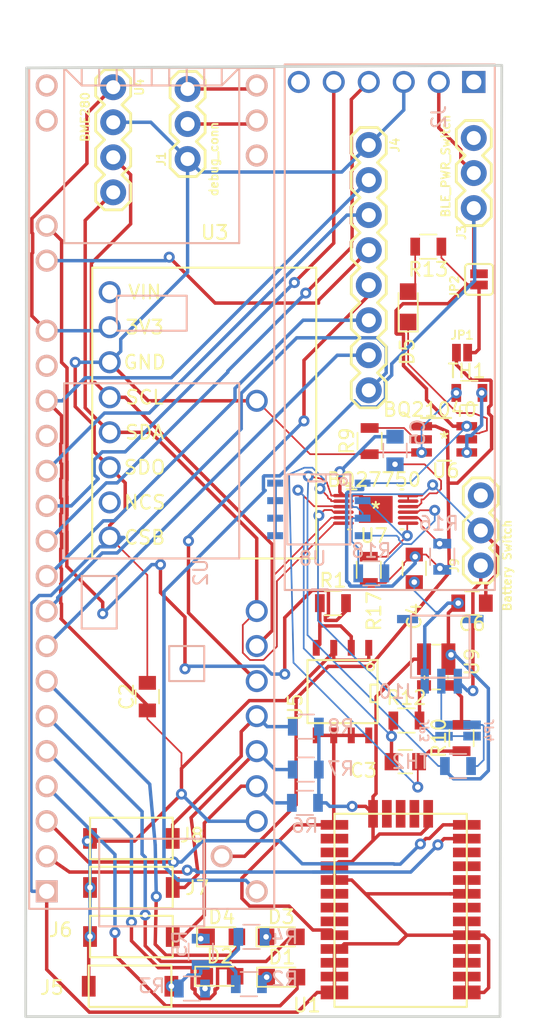
<source format=kicad_pcb>
(kicad_pcb (version 20171130) (host pcbnew "(5.0.1)-rc2")
  (layers (0 F.Cu signal) (31 B.Cu signal) (34 B.Paste user) (35 F.Paste user) (36 B.SilkS user) (37 F.SilkS user) (38 B.Mask user) (39 F.Mask user hide) (44 Edge.Cuts user))
  (net 0 "")
  (net 1 BattRtn)
  (net 2 +3V3)
  (net 3 "Net-(C3-Pad2)")
  (net 4 "Net-(C3-Pad1)")
  (net 5 "Net-(C4-Pad2)")
  (net 6 "Net-(C4-Pad1)")
  (net 7 "Net-(C5-Pad1)")
  (net 8 "Net-(C6-Pad1)")
  (net 9 "Net-(D1-Pad1)")
  (net 10 LED1_P2)
  (net 11 "Net-(D2-Pad1)")
  (net 12 LED2_P3)
  (net 13 "Net-(D3-Pad1)")
  (net 14 LED3_P4)
  (net 15 LED4_P5)
  (net 16 "Net-(D4-Pad1)")
  (net 17 "Net-(D5-Pad2)")
  (net 18 "Net-(D5-Pad1)")
  (net 19 /Debug_Tx_RX5_P34)
  (net 20 /Debug_Rx_TX5_P33)
  (net 21 /BLE_Pwr)
  (net 22 /BLE_Tx_RX2_P9)
  (net 23 /BLE_Rx_TX2_P10)
  (net 24 BattPwr)
  (net 25 /Screen_BUSY_P7)
  (net 26 /Screen_RST_P6)
  (net 27 /Screen_DC_P8)
  (net 28 /Screen_CS_P20)
  (net 29 /Screen_SCK_P27)
  (net 30 /Screen_DIN_P11)
  (net 31 "Net-(J5-Pad2)")
  (net 32 Fun_Btn_1_P23)
  (net 33 Fun_Btn_2_P22)
  (net 34 Fun_Btn_3_P21)
  (net 35 USBPwr)
  (net 36 "Net-(R1-Pad1)")
  (net 37 "Net-(R9-Pad2)")
  (net 38 SCL)
  (net 39 SDA)
  (net 40 "Net-(R16-Pad1)")
  (net 41 "Net-(R17-Pad1)")
  (net 42 "Net-(R18-Pad1)")
  (net 43 "Net-(TH1-Pad1)")
  (net 44 /Sensor_PWR_P25)
  (net 45 /GPS_Rx_TX1_P1)
  (net 46 /GPS_Tx_RX1_P0)
  (net 47 GPS_Pwr)
  (net 48 "Net-(U8-Pad5)")
  (net 49 "Net-(U1-Pad16)")
  (net 50 GPS_Pwr_En_P28)
  (net 51 "Net-(J10-Pad3)")
  (net 52 "Net-(J10-Pad2)")
  (net 53 "Net-(JP3-Pad1)")
  (net 54 "Net-(JP4-Pad2)")
  (net 55 "Net-(R10-Pad2)")
  (net 56 "Net-(R12-Pad2)")
  (module CustomFP:Teensy35_36 (layer B.Cu) (at 137.668 57.404 90)
    (fp_text reference U2 (at -6.096 3.556 90) (layer B.SilkS) (effects (justify mirror)))
    (fp_text value Teensy3.6)
    (pad 20 thru_hole circle (at 19.05 -7.62 90) (size 1.6 1.6) (drill 1.1) (layers *.Cu *.Mask B.SilkS) (net 50 GPS_Pwr_En_P28))
    (pad 54 thru_hole circle (at -26.67 5.08 90) (size 1.6 1.6) (drill 1.1) (layers *.Cu *.Mask B.SilkS) (net 35 USBPwr))
    (pad 53 thru_hole circle (at -29.21 7.62 90) (size 1.6 1.6) (drill 1.1) (layers *.Cu *.Mask B.SilkS) (net 24 BattPwr))
    (pad 51 thru_hole circle (at -24.13 7.62 90) (size 1.6 1.6) (drill 1.1) (layers *.Cu *.Mask) (net 2 +3V3))
    (pad 50 thru_hole circle (at -21.59 7.62 90) (size 1.6 1.6) (drill 1.1) (layers *.Cu *.Mask) (net 32 Fun_Btn_1_P23))
    (pad 49 thru_hole circle (at -19.05 7.62 90) (size 1.6 1.6) (drill 1.1) (layers *.Cu *.Mask) (net 33 Fun_Btn_2_P22))
    (pad 48 thru_hole circle (at -16.51 7.62 90) (size 1.6 1.6) (drill 1.1) (layers *.Cu *.Mask) (net 34 Fun_Btn_3_P21))
    (pad 47 thru_hole circle (at -13.97 7.62 90) (size 1.6 1.6) (drill 1.1) (layers *.Cu *.Mask) (net 28 /Screen_CS_P20))
    (pad 46 thru_hole circle (at -11.43 7.62 90) (size 1.6 1.6) (drill 1.1) (layers *.Cu *.Mask) (net 38 SCL))
    (pad 45 thru_hole circle (at -8.89 7.62 90) (size 1.6 1.6) (drill 1.1) (layers *.Cu *.Mask) (net 39 SDA))
    (pad 39 thru_hole circle (at 6.35 7.62 90) (size 1.6 1.6) (drill 1.1) (layers *.Cu *.Mask) (net 1 BattRtn))
    (pad 1 thru_hole rect (at -29.21 -7.62 90) (size 1.6 1.6) (drill 1.1) (layers *.Cu *.Mask B.SilkS) (net 1 BattRtn))
    (pad 2 thru_hole circle (at -26.67 -7.62 90) (size 1.6 1.6) (drill 1.1) (layers *.Cu *.Mask B.SilkS) (net 46 /GPS_Tx_RX1_P0))
    (pad 3 thru_hole circle (at -24.13 -7.62 90) (size 1.6 1.6) (drill 1.1) (layers *.Cu *.Mask B.SilkS) (net 45 /GPS_Rx_TX1_P1))
    (pad 4 thru_hole circle (at -21.59 -7.62 90) (size 1.6 1.6) (drill 1.1) (layers *.Cu *.Mask B.SilkS) (net 10 LED1_P2))
    (pad 5 thru_hole circle (at -19.05 -7.62 90) (size 1.6 1.6) (drill 1.1) (layers *.Cu *.Mask B.SilkS) (net 12 LED2_P3))
    (pad 6 thru_hole circle (at -16.51 -7.62 90) (size 1.6 1.6) (drill 1.1) (layers *.Cu *.Mask B.SilkS) (net 14 LED3_P4))
    (pad 7 thru_hole circle (at -13.97 -7.62 90) (size 1.6 1.6) (drill 1.1) (layers *.Cu *.Mask B.SilkS) (net 15 LED4_P5))
    (pad 8 thru_hole circle (at -11.43 -7.62 90) (size 1.6 1.6) (drill 1.1) (layers *.Cu *.Mask B.SilkS) (net 26 /Screen_RST_P6))
    (pad 9 thru_hole circle (at -8.89 -7.62 90) (size 1.6 1.6) (drill 1.1) (layers *.Cu *.Mask B.SilkS) (net 25 /Screen_BUSY_P7))
    (pad 10 thru_hole circle (at -6.35 -7.62 90) (size 1.6 1.6) (drill 1.1) (layers *.Cu *.Mask B.SilkS) (net 27 /Screen_DC_P8))
    (pad 11 thru_hole circle (at -3.81 -7.62 90) (size 1.6 1.6) (drill 1.1) (layers *.Cu *.Mask B.SilkS) (net 22 /BLE_Tx_RX2_P9))
    (pad 12 thru_hole circle (at -1.27 -7.62 90) (size 1.6 1.6) (drill 1.1) (layers *.Cu *.Mask B.SilkS) (net 23 /BLE_Rx_TX2_P10))
    (pad 13 thru_hole circle (at 1.27 -7.62 90) (size 1.6 1.6) (drill 1.1) (layers *.Cu *.Mask B.SilkS) (net 30 /Screen_DIN_P11))
    (pad 32 thru_hole circle (at 24.13 7.62 90) (size 1.6 1.6) (drill 1.1) (layers *.Cu *.Mask B.SilkS))
    (pad 31 thru_hole circle (at 26.67 7.62 90) (size 1.6 1.6) (drill 1.1) (layers *.Cu *.Mask B.SilkS) (net 19 /Debug_Tx_RX5_P34))
    (pad 30 thru_hole circle (at 29.21 7.62 90) (size 1.6 1.6) (drill 1.1) (layers *.Cu *.Mask B.SilkS) (net 20 /Debug_Rx_TX5_P33))
    (pad 24 thru_hole circle (at 29.21 -7.62 90) (size 1.6 1.6) (drill 1.1) (layers *.Cu *.Mask B.SilkS))
    (pad 23 thru_hole circle (at 26.67 -7.62 90) (size 1.6 1.6) (drill 1.1) (layers *.Cu *.Mask B.SilkS))
    (pad 14 thru_hole circle (at 3.81 -7.62 90) (size 1.6 1.6) (drill 1.1) (layers *.Cu *.Mask B.SilkS))
    (pad 15 thru_hole circle (at 6.35 -7.62 90) (size 1.6 1.6) (drill 1.1) (layers *.Cu *.Mask B.SilkS) (net 2 +3V3))
    (pad 16 thru_hole circle (at 8.89 -7.62 90) (size 1.6 1.6) (drill 1.1) (layers *.Cu *.Mask B.SilkS))
    (pad 19 thru_hole circle (at 16.51 -7.62 90) (size 1.6 1.6) (drill 1.1) (layers *.Cu *.Mask B.SilkS) (net 29 /Screen_SCK_P27))
    (pad 17 thru_hole circle (at 11.43 -7.62 90) (size 1.6 1.6) (drill 1.1) (layers *.Cu *.Mask B.SilkS) (net 44 /Sensor_PWR_P25))
  )
  (module EbayParts:Tact_SMD_Switch (layer F.Cu) (at 139.192 84.836 180)
    (fp_text reference J7 (at -1.778 -1.524 180) (layer F.SilkS))
    (fp_text value BTN2)
    (pad 1 smd rect (at 0 -1.5 180) (size 1 1.5) (layers F.Cu F.Paste F.Mask) (net 33 Fun_Btn_2_P22))
    (pad 2 smd rect (at 6 -1.5 180) (size 1 1.5) (layers F.Cu F.Paste F.Mask) (net 2 +3V3))
  )
  (module Capacitors_SMD:C_0805 (layer F.Cu) (at 137.3505 72.501 90)
    (fp_text reference C2 (at 0 -1.5 90) (layer F.SilkS))
    (fp_text value 2.2u)
    (pad 2 smd rect (at 1 0 90) (size 1 1.25) (layers F.Cu F.Paste F.Mask) (net 1 BattRtn))
    (pad 1 smd rect (at -1 0 90) (size 1 1.25) (layers F.Cu F.Paste F.Mask) (net 2 +3V3))
  )
  (module Capacitors_SMD:C_0805 (layer F.Cu) (at 156.067 77.216)
    (fp_text reference C3 (at -3.032 0.635) (layer F.SilkS))
    (fp_text value 0.1u)
    (pad 2 smd rect (at 1 0) (size 1 1.25) (layers F.Cu F.Paste F.Mask) (net 3 "Net-(C3-Pad2)"))
    (pad 1 smd rect (at -1 0) (size 1 1.25) (layers F.Cu F.Paste F.Mask) (net 4 "Net-(C3-Pad1)"))
  )
  (module Capacitors_SMD:C_0805 (layer F.Cu) (at 156.718 63.1985 270)
    (fp_text reference C4 (at 3.4765 0 270) (layer F.SilkS))
    (fp_text value 1u)
    (pad 2 smd rect (at 1 0 270) (size 1 1.25) (layers F.Cu F.Paste F.Mask) (net 5 "Net-(C4-Pad2)"))
    (pad 1 smd rect (at -1 0 270) (size 1 1.25) (layers F.Cu F.Paste F.Mask) (net 6 "Net-(C4-Pad1)"))
  )
  (module Capacitors_SMD:C_0805 (layer B.Cu) (at 155.321 54.6575 90)
    (fp_text reference C5 (at 1.3175 1.651 90) (layer B.SilkS) (effects (justify mirror)))
    (fp_text value 2.2u)
    (pad 1 smd rect (at -1 0 90) (size 1 1.25) (layers B.Cu B.Paste B.Mask) (net 7 "Net-(C5-Pad1)"))
    (pad 2 smd rect (at 1 0 90) (size 1 1.25) (layers B.Cu B.Paste B.Mask) (net 5 "Net-(C4-Pad2)"))
  )
  (module Capacitors_SMD:C_0805 (layer F.Cu) (at 160.909 65.7225 180)
    (fp_text reference C6 (at 0 -1.5 180) (layer F.SilkS))
    (fp_text value 0.1u)
    (pad 1 smd rect (at -1 0 180) (size 1 1.25) (layers F.Cu F.Paste F.Mask) (net 8 "Net-(C6-Pad1)"))
    (pad 2 smd rect (at 1 0 180) (size 1 1.25) (layers F.Cu F.Paste F.Mask) (net 5 "Net-(C4-Pad2)"))
  )
  (module LEDs:LED_0805 (layer F.Cu) (at 147.109 92.837)
    (fp_text reference D1 (at 0 -1.45) (layer F.SilkS))
    (fp_text value LED_B)
    (pad 1 smd rect (at -1.1 0 180) (size 1.2 1.2) (layers F.Cu F.Paste F.Mask) (net 9 "Net-(D1-Pad1)"))
    (pad 2 smd rect (at 1.1 0 180) (size 1.2 1.2) (layers F.Cu F.Paste F.Mask) (net 10 LED1_P2))
  )
  (module LEDs:LED_0805 (layer F.Cu) (at 142.621 92.7735)
    (fp_text reference D2 (at 0 -1.45) (layer F.SilkS))
    (fp_text value LED_G)
    (pad 1 smd rect (at -1.1 0 180) (size 1.2 1.2) (layers F.Cu F.Paste F.Mask) (net 11 "Net-(D2-Pad1)"))
    (pad 2 smd rect (at 1.1 0 180) (size 1.2 1.2) (layers F.Cu F.Paste F.Mask) (net 12 LED2_P3))
  )
  (module LEDs:LED_0805 (layer F.Cu) (at 147.066 89.916)
    (fp_text reference D3 (at 0 -1.45) (layer F.SilkS))
    (fp_text value LED_R)
    (pad 1 smd rect (at -1.1 0 180) (size 1.2 1.2) (layers F.Cu F.Paste F.Mask) (net 13 "Net-(D3-Pad1)"))
    (pad 2 smd rect (at 1.1 0 180) (size 1.2 1.2) (layers F.Cu F.Paste F.Mask) (net 14 LED3_P4))
  )
  (module LEDs:LED_0805 (layer F.Cu) (at 142.748 89.916)
    (fp_text reference D4 (at 0 -1.45) (layer F.SilkS))
    (fp_text value LED_O)
    (pad 2 smd rect (at 1.1 0 180) (size 1.2 1.2) (layers F.Cu F.Paste F.Mask) (net 15 LED4_P5))
    (pad 1 smd rect (at -1.1 0 180) (size 1.2 1.2) (layers F.Cu F.Paste F.Mask) (net 16 "Net-(D4-Pad1)"))
  )
  (module LEDs:LED_0805 (layer F.Cu) (at 156.2735 44.239 90)
    (fp_text reference D5 (at -3.259 -0.0635 90) (layer F.SilkS))
    (fp_text value LED)
    (pad 2 smd rect (at 1.1 0 270) (size 1.2 1.2) (layers F.Cu F.Paste F.Mask) (net 17 "Net-(D5-Pad2)"))
    (pad 1 smd rect (at -1.1 0 270) (size 1.2 1.2) (layers F.Cu F.Paste F.Mask) (net 18 "Net-(D5-Pad1)"))
  )
  (module Connectors2:1X03 (layer F.Cu) (at 140.2715 33.528 90)
    (fp_text reference J1 (at 0 -1.905 90) (layer F.SilkS) (effects (font (size 0.6096 0.6096) (thickness 0.127))))
    (fp_text value debug_conn (at 0 1.905 90) (layer F.SilkS) (effects (font (size 0.6096 0.6096) (thickness 0.127))))
    (pad 1 thru_hole circle (at 0 0 90) (size 1.8796 1.8796) (drill 1.016) (layers *.Cu *.Mask) (net 1 BattRtn))
    (pad 2 thru_hole circle (at 2.54 0 90) (size 1.8796 1.8796) (drill 1.016) (layers *.Cu *.Mask) (net 19 /Debug_Tx_RX5_P34))
    (pad 3 thru_hole circle (at 5.08 0 90) (size 1.8796 1.8796) (drill 1.016) (layers *.Cu *.Mask) (net 20 /Debug_Rx_TX5_P33))
  )
  (module Connectors2:1X03 (layer F.Cu) (at 161.036 37.084 90)
    (fp_text reference J3 (at -1.778 -0.889 90) (layer F.SilkS) (effects (font (size 0.6096 0.6096) (thickness 0.127))))
    (fp_text value BLE_PWR_Switch (at 3.048 -2.032 90) (layer F.SilkS) (effects (font (size 0.6096 0.6096) (thickness 0.127))))
    (pad 3 thru_hole circle (at 5.08 0 90) (size 1.8796 1.8796) (drill 1.016) (layers *.Cu *.Mask))
    (pad 2 thru_hole circle (at 2.54 0 90) (size 1.8796 1.8796) (drill 1.016) (layers *.Cu *.Mask) (net 21 /BLE_Pwr))
    (pad 1 thru_hole circle (at 0 0 90) (size 1.8796 1.8796) (drill 1.016) (layers *.Cu *.Mask) (net 24 BattPwr))
  )
  (module Connectors2:1X08 (layer F.Cu) (at 153.416 32.512 270)
    (fp_text reference J4 (at 0 -1.905 270) (layer F.SilkS) (effects (font (size 0.6096 0.6096) (thickness 0.127))))
    (fp_text value Conn_01x08_Male hide)
    (pad 8 thru_hole circle (at 17.78 0 270) (size 1.8796 1.8796) (drill 1.016) (layers *.Cu *.Mask) (net 25 /Screen_BUSY_P7))
    (pad 7 thru_hole circle (at 15.24 0 270) (size 1.8796 1.8796) (drill 1.016) (layers *.Cu *.Mask) (net 26 /Screen_RST_P6))
    (pad 6 thru_hole circle (at 12.7 0 270) (size 1.8796 1.8796) (drill 1.016) (layers *.Cu *.Mask) (net 27 /Screen_DC_P8))
    (pad 5 thru_hole circle (at 10.16 0 270) (size 1.8796 1.8796) (drill 1.016) (layers *.Cu *.Mask) (net 28 /Screen_CS_P20))
    (pad 4 thru_hole circle (at 7.62 0 270) (size 1.8796 1.8796) (drill 1.016) (layers *.Cu *.Mask) (net 29 /Screen_SCK_P27))
    (pad 3 thru_hole circle (at 5.08 0 270) (size 1.8796 1.8796) (drill 1.016) (layers *.Cu *.Mask) (net 30 /Screen_DIN_P11))
    (pad 2 thru_hole circle (at 2.54 0 270) (size 1.8796 1.8796) (drill 1.016) (layers *.Cu *.Mask) (net 2 +3V3))
    (pad 1 thru_hole circle (at 0 0 270) (size 1.8796 1.8796) (drill 1.016) (layers *.Cu *.Mask) (net 1 BattRtn))
  )
  (module EbayParts:Tact_SMD_Switch (layer F.Cu) (at 133.096 94.996)
    (fp_text reference J5 (at -2.667 -1.397) (layer F.SilkS))
    (fp_text value LED_BUTTON)
    (pad 2 smd rect (at 6 -1.5) (size 1 1.5) (layers F.Cu F.Paste F.Mask) (net 31 "Net-(J5-Pad2)"))
    (pad 1 smd rect (at 0 -1.5) (size 1 1.5) (layers F.Cu F.Paste F.Mask) (net 2 +3V3))
  )
  (module EbayParts:Tact_SMD_Switch (layer F.Cu) (at 139.192 88.392 180)
    (fp_text reference J6 (at 8.128 -1.016 180) (layer F.SilkS))
    (fp_text value BTN1)
    (pad 2 smd rect (at 6 -1.5 180) (size 1 1.5) (layers F.Cu F.Paste F.Mask) (net 2 +3V3))
    (pad 1 smd rect (at 0 -1.5 180) (size 1 1.5) (layers F.Cu F.Paste F.Mask) (net 32 Fun_Btn_1_P23))
  )
  (module EbayParts:Tact_SMD_Switch (layer F.Cu) (at 139.192 81.28 180)
    (fp_text reference J8 (at -1.397 -1.27 180) (layer F.SilkS))
    (fp_text value BTN3)
    (pad 1 smd rect (at 0 -1.5 180) (size 1 1.5) (layers F.Cu F.Paste F.Mask) (net 34 Fun_Btn_3_P21))
    (pad 2 smd rect (at 6 -1.5 180) (size 1 1.5) (layers F.Cu F.Paste F.Mask) (net 2 +3V3))
  )
  (module Connectors2:1X03 (layer F.Cu) (at 161.544 62.992 90)
    (fp_text reference J9 (at 0 -1.905 90) (layer F.SilkS) (effects (font (size 0.6096 0.6096) (thickness 0.127))))
    (fp_text value "Battery Switch" (at 0 1.905 90) (layer F.SilkS) (effects (font (size 0.6096 0.6096) (thickness 0.127))))
    (pad 1 thru_hole circle (at 0 0 90) (size 1.8796 1.8796) (drill 1.016) (layers *.Cu *.Mask) (net 51 "Net-(J10-Pad3)"))
    (pad 2 thru_hole circle (at 2.54 0 90) (size 1.8796 1.8796) (drill 1.016) (layers *.Cu *.Mask) (net 8 "Net-(C6-Pad1)"))
    (pad 3 thru_hole circle (at 5.08 0 90) (size 1.8796 1.8796) (drill 1.016) (layers *.Cu *.Mask))
  )
  (module Jumpers:SMT-JUMPER_2_NO_NO-SILK (layer F.Cu) (at 160.1851 47.5615)
    (fp_text reference JP1 (at 0 -1.27) (layer F.SilkS) (effects (font (size 0.6096 0.6096) (thickness 0.127))))
    (fp_text value Jumper_NO_Small hide)
    (pad 1 smd rect (at -0.4064 0) (size 0.635 1.27) (layers F.Cu F.Mask) (net 35 USBPwr))
    (pad 2 smd rect (at 0.4064 0) (size 0.635 1.27) (layers F.Cu F.Mask) (net 6 "Net-(C4-Pad1)"))
  )
  (module Jumpers:SMT-JUMPER_2_NC_PASTE_SILK (layer F.Cu) (at 161.417 42.2529 270)
    (fp_text reference JP2 (at 0.5461 1.778 270) (layer F.SilkS) (effects (font (size 0.6096 0.6096) (thickness 0.127))))
    (fp_text value Jumper_NC_Small hide)
    (pad 1 smd rect (at -0.4064 0 270) (size 0.635 1.27) (layers F.Cu F.Mask) (net 24 BattPwr))
    (pad 2 smd rect (at 0.4064 0 270) (size 0.635 1.27) (layers F.Cu F.Mask) (net 6 "Net-(C4-Pad1)"))
  )
  (module Resistors_SMD:R_0805 (layer F.Cu) (at 150.815 65.7225)
    (fp_text reference R1 (at 0 -1.65) (layer F.SilkS))
    (fp_text value 10k)
    (pad 1 smd rect (at -0.95 0) (size 0.7 1.3) (layers F.Cu F.Paste F.Mask) (net 36 "Net-(R1-Pad1)"))
    (pad 2 smd rect (at 0.95 0) (size 0.7 1.3) (layers F.Cu F.Paste F.Mask) (net 50 GPS_Pwr_En_P28))
  )
  (module Resistors_SMD:R_0805 (layer B.Cu) (at 144.7165 93.345 180)
    (fp_text reference R2 (at -2.6035 0.381 180) (layer B.SilkS) (effects (justify mirror)))
    (fp_text value 5.6)
    (pad 2 smd rect (at 0.95 0 180) (size 0.7 1.3) (layers B.Cu B.Paste B.Mask) (net 31 "Net-(J5-Pad2)"))
    (pad 1 smd rect (at -0.95 0 180) (size 0.7 1.3) (layers B.Cu B.Paste B.Mask) (net 9 "Net-(D1-Pad1)"))
  )
  (module Resistors_SMD:R_0805 (layer B.Cu) (at 140.5865 93.6625 180)
    (fp_text reference R3 (at 2.9185 0.1905 180) (layer B.SilkS) (effects (justify mirror)))
    (fp_text value 10)
    (pad 1 smd rect (at -0.95 0 180) (size 0.7 1.3) (layers B.Cu B.Paste B.Mask) (net 11 "Net-(D2-Pad1)"))
    (pad 2 smd rect (at 0.95 0 180) (size 0.7 1.3) (layers B.Cu B.Paste B.Mask) (net 31 "Net-(J5-Pad2)"))
  )
  (module Resistors_SMD:R_0805 (layer B.Cu) (at 144.907 89.916 180)
    (fp_text reference R4 (at -2.413 0 180) (layer B.SilkS) (effects (justify mirror)))
    (fp_text value 56)
    (pad 2 smd rect (at 0.95 0 180) (size 0.7 1.3) (layers B.Cu B.Paste B.Mask) (net 31 "Net-(J5-Pad2)"))
    (pad 1 smd rect (at -0.95 0 180) (size 0.7 1.3) (layers B.Cu B.Paste B.Mask) (net 13 "Net-(D3-Pad1)"))
  )
  (module Resistors_SMD:R_0805 (layer B.Cu) (at 141.224 90.998 270)
    (fp_text reference R5 (at -0.574 1.524 270) (layer B.SilkS) (effects (justify mirror)))
    (fp_text value 56)
    (pad 1 smd rect (at -0.95 0 270) (size 0.7 1.3) (layers B.Cu B.Paste B.Mask) (net 16 "Net-(D4-Pad1)"))
    (pad 2 smd rect (at 0.95 0 270) (size 0.7 1.3) (layers B.Cu B.Paste B.Mask) (net 31 "Net-(J5-Pad2)"))
  )
  (module Resistors_SMD:R_0805 (layer B.Cu) (at 148.783 80.2005)
    (fp_text reference R6 (at 0 1.65) (layer B.SilkS) (effects (justify mirror)))
    (fp_text value 10k)
    (pad 2 smd rect (at 0.95 0) (size 0.7 1.3) (layers B.Cu B.Paste B.Mask) (net 1 BattRtn))
    (pad 1 smd rect (at -0.95 0) (size 0.7 1.3) (layers B.Cu B.Paste B.Mask) (net 32 Fun_Btn_1_P23))
  )
  (module Resistors_SMD:R_0805 (layer B.Cu) (at 148.844 77.7875)
    (fp_text reference R7 (at 2.54 -0.0635) (layer B.SilkS) (effects (justify mirror)))
    (fp_text value 10k)
    (pad 1 smd rect (at -0.95 0) (size 0.7 1.3) (layers B.Cu B.Paste B.Mask) (net 33 Fun_Btn_2_P22))
    (pad 2 smd rect (at 0.95 0) (size 0.7 1.3) (layers B.Cu B.Paste B.Mask) (net 1 BattRtn))
  )
  (module Resistors_SMD:R_0805 (layer B.Cu) (at 148.8465 74.676)
    (fp_text reference R8 (at 2.5375 0) (layer B.SilkS) (effects (justify mirror)))
    (fp_text value 10k)
    (pad 1 smd rect (at -0.95 0) (size 0.7 1.3) (layers B.Cu B.Paste B.Mask) (net 34 Fun_Btn_3_P21))
    (pad 2 smd rect (at 0.95 0) (size 0.7 1.3) (layers B.Cu B.Paste B.Mask) (net 1 BattRtn))
  )
  (module Resistors_SMD:R_0805 (layer F.Cu) (at 153.4795 53.975 90)
    (fp_text reference R9 (at 0 -1.65 90) (layer F.SilkS))
    (fp_text value Riset)
    (pad 1 smd rect (at -0.95 0 90) (size 0.7 1.3) (layers F.Cu F.Paste F.Mask) (net 1 BattRtn))
    (pad 2 smd rect (at 0.95 0 90) (size 0.7 1.3) (layers F.Cu F.Paste F.Mask) (net 37 "Net-(R9-Pad2)"))
  )
  (module Resistors_SMD:R_0805 (layer F.Cu) (at 160.147 75.499 90)
    (fp_text reference R10 (at 0 -1.65 90) (layer F.SilkS))
    (fp_text value 100)
    (pad 1 smd rect (at -0.95 0 90) (size 0.7 1.3) (layers F.Cu F.Paste F.Mask) (net 3 "Net-(C3-Pad2)"))
    (pad 2 smd rect (at 0.95 0 90) (size 0.7 1.3) (layers F.Cu F.Paste F.Mask) (net 55 "Net-(R10-Pad2)"))
  )
  (module Resistors_SMD:R_0805 (layer F.Cu) (at 156.149 74.2315)
    (fp_text reference R12 (at 0 -1.65) (layer F.SilkS))
    (fp_text value 100)
    (pad 2 smd rect (at 0.95 0) (size 0.7 1.3) (layers F.Cu F.Paste F.Mask) (net 56 "Net-(R12-Pad2)"))
    (pad 1 smd rect (at -0.95 0) (size 0.7 1.3) (layers F.Cu F.Paste F.Mask) (net 4 "Net-(C3-Pad1)"))
  )
  (module Resistors_SMD:R_0805 (layer F.Cu) (at 157.7365 39.878 180)
    (fp_text reference R13 (at 0 -1.65 180) (layer F.SilkS))
    (fp_text value 330)
    (pad 2 smd rect (at 0.95 0 180) (size 0.7 1.3) (layers F.Cu F.Paste F.Mask) (net 17 "Net-(D5-Pad2)"))
    (pad 1 smd rect (at -0.95 0 180) (size 0.7 1.3) (layers F.Cu F.Paste F.Mask) (net 6 "Net-(C4-Pad1)"))
  )
  (module Resistors_SMD:R_0805 (layer B.Cu) (at 158.75 62.3595 270)
    (fp_text reference R16 (at -2.4155 0.254) (layer B.SilkS) (effects (justify mirror)))
    (fp_text value 10)
    (pad 1 smd rect (at -0.95 0 270) (size 0.7 1.3) (layers B.Cu B.Paste B.Mask) (net 40 "Net-(R16-Pad1)"))
    (pad 2 smd rect (at 0.95 0 270) (size 0.7 1.3) (layers B.Cu B.Paste B.Mask) (net 6 "Net-(C4-Pad1)"))
  )
  (module Resistors_SMD:R_0805 (layer F.Cu) (at 153.416 63.307 270)
    (fp_text reference R17 (at 2.987 -0.381 270) (layer F.SilkS))
    (fp_text value 10M)
    (pad 2 smd rect (at 0.95 0 270) (size 0.7 1.3) (layers F.Cu F.Paste F.Mask) (net 6 "Net-(C4-Pad1)"))
    (pad 1 smd rect (at -0.95 0 270) (size 0.7 1.3) (layers F.Cu F.Paste F.Mask) (net 41 "Net-(R17-Pad1)"))
  )
  (module Resistors_SMD:R_0805 (layer B.Cu) (at 153.604 63.5635 180)
    (fp_text reference R18 (at 0 1.65 180) (layer B.SilkS) (effects (justify mirror)))
    (fp_text value 10M)
    (pad 2 smd rect (at 0.95 0 180) (size 0.7 1.3) (layers B.Cu B.Paste B.Mask) (net 8 "Net-(C6-Pad1)"))
    (pad 1 smd rect (at -0.95 0 180) (size 0.7 1.3) (layers B.Cu B.Paste B.Mask) (net 42 "Net-(R18-Pad1)"))
  )
  (module Resistors_SMD:R_0805 (layer F.Cu) (at 160.716 50.4825 180)
    (fp_text reference TH1 (at 0.188 1.5875 180) (layer F.SilkS))
    (fp_text value NTC)
    (pad 1 smd rect (at -0.95 0 180) (size 0.7 1.3) (layers F.Cu F.Paste F.Mask) (net 43 "Net-(TH1-Pad1)"))
    (pad 2 smd rect (at 0.95 0 180) (size 0.7 1.3) (layers F.Cu F.Paste F.Mask) (net 1 BattRtn))
  )
  (module Resistors_SMD:R_0805 (layer B.Cu) (at 159.8905 77.5335 180)
    (fp_text reference TH2 (at 3.4265 0.3175 180) (layer B.SilkS) (effects (justify mirror)))
    (fp_text value NTC)
    (pad 2 smd rect (at 0.95 0 180) (size 0.7 1.3) (layers B.Cu B.Paste B.Mask) (net 5 "Net-(C4-Pad2)"))
    (pad 1 smd rect (at -0.95 0 180) (size 0.7 1.3) (layers B.Cu B.Paste B.Mask) (net 54 "Net-(JP4-Pad2)"))
  )
  (module Connectors2:1X04 (layer F.Cu) (at 134.874 28.321 270)
    (fp_text reference U4 (at 0 -1.905 270) (layer F.SilkS) (effects (font (size 0.6096 0.6096) (thickness 0.127))))
    (fp_text value BME280 (at 2.159 2.032 270) (layer F.SilkS) (effects (font (size 0.6096 0.6096) (thickness 0.127))))
    (pad 1 thru_hole circle (at 0 0 270) (size 1.8796 1.8796) (drill 1.016) (layers *.Cu *.Mask) (net 44 /Sensor_PWR_P25))
    (pad 2 thru_hole circle (at 2.54 0 270) (size 1.8796 1.8796) (drill 1.016) (layers *.Cu *.Mask) (net 1 BattRtn))
    (pad 3 thru_hole circle (at 5.08 0 270) (size 1.8796 1.8796) (drill 1.016) (layers *.Cu *.Mask) (net 38 SCL))
    (pad 4 thru_hole circle (at 7.62 0 270) (size 1.8796 1.8796) (drill 1.016) (layers *.Cu *.Mask) (net 39 SDA))
  )
  (module CustomFP:BQ21040 (layer F.Cu) (at 158.888 53.848)
    (fp_text reference U6 (at 0.116 2.286) (layer F.SilkS))
    (fp_text value BQ21040 (at -1.027 -2.159) (layer F.SilkS))
    (fp_text user * (at 0 0) (layer F.SilkS))
    (pad 1 smd rect (at -1.63 -0.950001 90) (size 0.599999 1.5) (layers F.Cu F.Paste F.Mask) (net 35 USBPwr))
    (pad 2 smd rect (at -1.64 0 90) (size 0.599999 1.5) (layers F.Cu F.Paste F.Mask) (net 37 "Net-(R9-Pad2)"))
    (pad 3 smd rect (at -1.64 0.949998 90) (size 0.599999 1.5) (layers F.Cu F.Paste F.Mask) (net 1 BattRtn))
    (pad 4 smd rect (at 1.64 0.949998 90) (size 0.599999 1.5) (layers F.Cu F.Paste F.Mask) (net 43 "Net-(TH1-Pad1)"))
    (pad 5 smd rect (at 1.64 0 90) (size 0.599999 1.5) (layers F.Cu F.Paste F.Mask) (net 18 "Net-(D5-Pad1)"))
    (pad 6 smd rect (at 1.64 -0.950001 90) (size 0.599999 1.5) (layers F.Cu F.Paste F.Mask) (net 6 "Net-(C4-Pad1)"))
  )
  (module CustomFP:BQ27750 (layer F.Cu) (at 153.924 58.928)
    (fp_text reference U7 (at -0.127 1.905) (layer F.SilkS))
    (fp_text value BQ27750 (at -0.127 -2.159) (layer F.SilkS))
    (fp_text user * (at 0 0) (layer F.SilkS))
    (pad 1 smd oval (at -2.35 -1.000001 90) (size 0.25 1.5) (layers F.Cu F.Paste F.Mask) (net 5 "Net-(C4-Pad2)"))
    (pad 13 smd rect (at 0 -0.000003) (size 2.45 1.950001) (layers F.Cu F.Paste F.Mask) (net 5 "Net-(C4-Pad2)"))
    (pad 2 smd oval (at -2.35 -0.6 90) (size 0.25 1.5) (layers F.Cu F.Paste F.Mask) (net 3 "Net-(C3-Pad2)"))
    (pad 3 smd oval (at -2.35 -0.2 90) (size 0.25 1.5) (layers F.Cu F.Paste F.Mask) (net 4 "Net-(C3-Pad1)"))
    (pad 4 smd oval (at -2.35 0.2 90) (size 0.25 1.5) (layers F.Cu F.Paste F.Mask) (net 53 "Net-(JP3-Pad1)"))
    (pad 5 smd oval (at -2.35 0.6 90) (size 0.25 1.5) (layers F.Cu F.Paste F.Mask) (net 38 SCL))
    (pad 6 smd oval (at -2.35 1 90) (size 0.25 1.5) (layers F.Cu F.Paste F.Mask) (net 39 SDA))
    (pad 7 smd oval (at 2.35 1 90) (size 0.25 1.5) (layers F.Cu F.Paste F.Mask) (net 41 "Net-(R17-Pad1)"))
    (pad 8 smd oval (at 2.35 0.6 90) (size 0.25 1.5) (layers F.Cu F.Paste F.Mask) (net 40 "Net-(R16-Pad1)"))
    (pad 9 smd oval (at 2.35 0.2 90) (size 0.25 1.5) (layers F.Cu F.Paste F.Mask) (net 42 "Net-(R18-Pad1)"))
    (pad 10 smd oval (at 2.35 -0.2 90) (size 0.25 1.5) (layers F.Cu F.Paste F.Mask) (net 7 "Net-(C5-Pad1)"))
    (pad 11 smd oval (at 2.35 -0.6 90) (size 0.25 1.5) (layers F.Cu F.Paste F.Mask) (net 8 "Net-(C6-Pad1)"))
    (pad 12 smd oval (at 2.35 -1 90) (size 0.25 1.5) (layers F.Cu F.Paste F.Mask) (net 8 "Net-(C6-Pad1)"))
  )
  (module EbayParts:GY-91 (layer F.Cu) (at 133.35 62.484)
    (fp_text reference U3 (at 8.89 -23.63) (layer F.SilkS))
    (fp_text value GY-91)
    (fp_text user CSB (at 3.81 -1.524) (layer F.SilkS))
    (fp_text user NCS (at 3.81 -4.064) (layer F.SilkS))
    (fp_text user SDO (at 3.81 -6.604) (layer F.SilkS))
    (fp_text user SDA (at 3.81 -9.144) (layer F.SilkS))
    (fp_text user SCL (at 3.81 -11.684) (layer F.SilkS))
    (fp_text user GND (at 3.81 -14.224) (layer F.SilkS))
    (fp_text user 3V3 (at 3.81 -16.764) (layer F.SilkS))
    (fp_text user VIN (at 3.81 -19.304) (layer F.SilkS))
    (pad 1 thru_hole circle (at 1.27 -19.304) (size 1.6 1.6) (drill 1.1) (layers *.Cu *.Mask))
    (pad 2 thru_hole circle (at 1.27 -16.764) (size 1.6 1.6) (drill 1.1) (layers *.Cu *.Mask) (net 44 /Sensor_PWR_P25))
    (pad 3 thru_hole circle (at 1.27 -14.224) (size 1.6 1.6) (drill 1.1) (layers *.Cu *.Mask) (net 1 BattRtn))
    (pad 4 thru_hole circle (at 1.27 -11.684) (size 1.6 1.6) (drill 1.1) (layers *.Cu *.Mask) (net 38 SCL))
    (pad 5 thru_hole circle (at 1.27 -9.144) (size 1.6 1.6) (drill 1.1) (layers *.Cu *.Mask) (net 39 SDA))
    (pad 6 thru_hole circle (at 1.27 -6.604) (size 1.6 1.6) (drill 1.1) (layers *.Cu *.Mask) (net 1 BattRtn))
    (pad 7 thru_hole circle (at 1.27 -4.064) (size 1.6 1.6) (drill 1.1) (layers *.Cu *.Mask))
    (pad 8 thru_hole circle (at 1.27 -1.524) (size 1.6 1.6) (drill 1.1) (layers *.Cu *.Mask) (net 1 BattRtn))
  )
  (module EbayParts:SOIC-8-N (layer F.Cu) (at 151.511 72.136 180)
    (fp_text reference U5 (at 3.429 -1.143 270) (layer F.SilkS))
    (fp_text value APM4953)
    (pad 1 smd rect (at -1.905 3.175 180) (size 0.508 1.143) (layers F.Cu F.Paste F.Mask) (net 2 +3V3))
    (pad 2 smd rect (at -0.635 3.175 180) (size 0.508 1.143) (layers F.Cu F.Paste F.Mask) (net 36 "Net-(R1-Pad1)"))
    (pad 3 smd rect (at 0.635 3.175 180) (size 0.508 1.143) (layers F.Cu F.Paste F.Mask) (net 2 +3V3))
    (pad 4 smd rect (at 1.905 3.175 180) (size 0.508 1.143) (layers F.Cu F.Paste F.Mask) (net 36 "Net-(R1-Pad1)"))
    (pad 5 smd rect (at 1.905 -3.175 180) (size 0.508 1.143) (layers F.Cu F.Paste F.Mask) (net 47 GPS_Pwr))
    (pad 6 smd rect (at 0.635 -3.175 180) (size 0.508 1.143) (layers F.Cu F.Paste F.Mask) (net 47 GPS_Pwr))
    (pad 7 smd rect (at -0.635 -3.175 180) (size 0.508 1.143) (layers F.Cu F.Paste F.Mask) (net 47 GPS_Pwr))
    (pad 8 smd rect (at -1.905 -3.175 180) (size 0.508 1.143) (layers F.Cu F.Paste F.Mask) (net 47 GPS_Pwr))
  )
  (module EbayParts:SOIC-8-N (layer B.Cu) (at 149.7965 58.928 270)
    (fp_text reference U8 (at 3.556 0.4445) (layer B.SilkS) (effects (justify mirror)))
    (fp_text value CEM9926A)
    (pad 8 smd rect (at -1.905 3.175 270) (size 0.508 1.143) (layers B.Cu B.Paste B.Mask) (net 48 "Net-(U8-Pad5)"))
    (pad 7 smd rect (at -0.635 3.175 270) (size 0.508 1.143) (layers B.Cu B.Paste B.Mask) (net 48 "Net-(U8-Pad5)"))
    (pad 6 smd rect (at 0.635 3.175 270) (size 0.508 1.143) (layers B.Cu B.Paste B.Mask) (net 48 "Net-(U8-Pad5)"))
    (pad 5 smd rect (at 1.905 3.175 270) (size 0.508 1.143) (layers B.Cu B.Paste B.Mask) (net 48 "Net-(U8-Pad5)"))
    (pad 4 smd rect (at 1.905 -3.175 270) (size 0.508 1.143) (layers B.Cu B.Paste B.Mask) (net 42 "Net-(R18-Pad1)"))
    (pad 3 smd rect (at 0.635 -3.175 270) (size 0.508 1.143) (layers B.Cu B.Paste B.Mask) (net 8 "Net-(C6-Pad1)"))
    (pad 2 smd rect (at -0.635 -3.175 270) (size 0.508 1.143) (layers B.Cu B.Paste B.Mask) (net 41 "Net-(R17-Pad1)"))
    (pad 1 smd rect (at -1.905 -3.175 270) (size 0.508 1.143) (layers B.Cu B.Paste B.Mask) (net 6 "Net-(C4-Pad1)"))
  )
  (module CustomFP:CAM-M8Q (layer F.Cu) (at 160.528 94.996 180)
    (fp_text reference U1 (at 11.6 0.127 180) (layer F.SilkS))
    (fp_text value CAM_M8Q hide)
    (pad 28 smd rect (at 3.8 14 180) (size 0.7 2) (layers F.Cu F.Paste F.Mask))
    (pad 29 smd rect (at 4.8 14 180) (size 0.7 2) (layers F.Cu F.Paste F.Mask))
    (pad 30 smd rect (at 5.8 14 180) (size 0.7 2) (layers F.Cu F.Paste F.Mask))
    (pad 31 smd rect (at 6.8 14 180) (size 0.7 2) (layers F.Cu F.Paste F.Mask) (net 1 BattRtn))
    (pad 27 smd rect (at 2.8 14 180) (size 0.7 2) (layers F.Cu F.Paste F.Mask) (net 1 BattRtn))
    (pad 1 smd rect (at 9.6 13.2 180) (size 2 0.7) (layers F.Cu F.Paste F.Mask) (net 47 GPS_Pwr))
    (pad 2 smd rect (at 9.6 12.2 180) (size 2 0.7) (layers F.Cu F.Paste F.Mask))
    (pad 3 smd rect (at 9.6 11.2 180) (size 2 0.7) (layers F.Cu F.Paste F.Mask))
    (pad 4 smd rect (at 9.6 10.2 180) (size 2 0.7) (layers F.Cu F.Paste F.Mask) (net 1 BattRtn))
    (pad 5 smd rect (at 9.6 9.2 180) (size 2 0.7) (layers F.Cu F.Paste F.Mask) (net 1 BattRtn))
    (pad 6 smd rect (at 9.6 8.2 180) (size 2 0.7) (layers F.Cu F.Paste F.Mask))
    (pad 7 smd rect (at 9.6 7.2 180) (size 2 0.7) (layers F.Cu F.Paste F.Mask))
    (pad 8 smd rect (at 9.6 6.2 180) (size 2 0.7) (layers F.Cu F.Paste F.Mask))
    (pad 9 smd rect (at 9.6 5.2 180) (size 2 0.7) (layers F.Cu F.Paste F.Mask) (net 47 GPS_Pwr))
    (pad 10 smd rect (at 9.6 4.2 180) (size 2 0.7) (layers F.Cu F.Paste F.Mask) (net 1 BattRtn))
    (pad 15 smd rect (at 0 2.2 180) (size 2 0.7) (layers F.Cu F.Paste F.Mask) (net 1 BattRtn))
    (pad 16 smd rect (at 0 3.2 180) (size 2 0.7) (layers F.Cu F.Paste F.Mask) (net 49 "Net-(U1-Pad16)"))
    (pad 17 smd rect (at 0 4.2 180) (size 2 0.7) (layers F.Cu F.Paste F.Mask) (net 49 "Net-(U1-Pad16)"))
    (pad 18 smd rect (at 0 5.2 180) (size 2 0.7) (layers F.Cu F.Paste F.Mask) (net 1 BattRtn))
    (pad 19 smd rect (at 0 6.2 180) (size 2 0.7) (layers F.Cu F.Paste F.Mask) (net 1 BattRtn))
    (pad 20 smd rect (at 0 7.2 180) (size 2 0.7) (layers F.Cu F.Paste F.Mask))
    (pad 21 smd rect (at 0 8.2 180) (size 2 0.7) (layers F.Cu F.Paste F.Mask) (net 1 BattRtn))
    (pad 22 smd rect (at 0 9.2 180) (size 2 0.7) (layers F.Cu F.Paste F.Mask) (net 1 BattRtn))
    (pad 23 smd rect (at 0 10.2 180) (size 2 0.7) (layers F.Cu F.Paste F.Mask))
    (pad 24 smd rect (at 0 11.2 180) (size 2 0.7) (layers F.Cu F.Paste F.Mask))
    (pad 25 smd rect (at 0 12.2 180) (size 2 0.7) (layers F.Cu F.Paste F.Mask) (net 46 /GPS_Tx_RX1_P0))
    (pad 26 smd rect (at 0 13.2 180) (size 2 0.7) (layers F.Cu F.Paste F.Mask) (net 45 /GPS_Rx_TX1_P1))
    (pad 11 smd rect (at 9.6 3.2 180) (size 2 0.7) (layers F.Cu F.Paste F.Mask) (net 1 BattRtn))
    (pad 12 smd rect (at 9.6 2.2 180) (size 2 0.7) (layers F.Cu F.Paste F.Mask) (net 1 BattRtn))
    (pad 14 smd rect (at 0 1.05 180) (size 2 1) (layers F.Cu F.Paste F.Mask) (net 1 BattRtn))
    (pad 13 smd rect (at 9.6 1.05 180) (size 2 1) (layers F.Cu F.Paste F.Mask) (net 1 BattRtn))
  )
  (module EbayParts:HM-10_breakout (layer B.Cu) (at 161.036 27.94 90)
    (fp_text reference J2 (at -2.54 -2.54 90) (layer B.SilkS) (effects (justify mirror)))
    (fp_text value BLE_Module)
    (pad 6 thru_hole circle (at 0 -12.7 90) (size 1.6 1.6) (drill 1.1) (layers *.Cu *.Mask))
    (pad 5 thru_hole circle (at 0 -10.16 90) (size 1.6 1.6) (drill 1.1) (layers *.Cu *.Mask) (net 23 /BLE_Rx_TX2_P10))
    (pad 4 thru_hole circle (at 0 -7.62 90) (size 1.6 1.6) (drill 1.1) (layers *.Cu *.Mask) (net 22 /BLE_Tx_RX2_P9))
    (pad 1 thru_hole rect (at 0 0 90) (size 1.6 1.7) (drill 1.1) (layers *.Cu *.Mask))
    (pad 2 thru_hole circle (at 0 -2.54 90) (size 1.6 1.6) (drill 1.1) (layers *.Cu *.Mask) (net 21 /BLE_Pwr))
    (pad 3 thru_hole circle (at 0 -5.08 90) (size 1.6 1.6) (drill 1.1) (layers *.Cu *.Mask) (net 1 BattRtn))
  )
  (module CustomFP:molex_78172-0003 (layer B.Cu) (at 157.48 71.628)
    (fp_text reference J10 (at -2.032 0.508) (layer B.SilkS) (effects (justify mirror)))
    (fp_text value Conn_01x03_Male)
    (pad 1 smd rect (at 0 -0.25) (size 0.6 1.8) (layers B.Cu B.Paste B.Mask) (net 5 "Net-(C4-Pad2)"))
    (pad ~ smd rect (at -1.25 -4.75 270) (size 0.6 1.524) (layers B.Cu B.Paste B.Mask))
    (pad ~ smd rect (at 3.5 -4.75 270) (size 0.6 1.524) (layers B.Cu B.Paste B.Mask))
    (pad 2 smd rect (at 1.2 -0.25) (size 0.6 1.8) (layers B.Cu B.Paste B.Mask) (net 52 "Net-(J10-Pad2)"))
    (pad 3 smd rect (at 2.4 -0.25) (size 0.6 1.8) (layers B.Cu B.Paste B.Mask) (net 51 "Net-(J10-Pad3)"))
  )
  (module Jumpers:SMT-JUMPER_2_NO_NO-SILK (layer B.Cu) (at 158.877 74.9681 90)
    (fp_text reference JP3 (at 0 -1.397 90) (layer B.SilkS) (effects (font (size 0.6096 0.6096) (thickness 0.127)) (justify mirror)))
    (fp_text value Jumper_NO_Small hide)
    (pad 1 smd rect (at -0.4064 0 90) (size 0.635 1.27) (layers B.Cu B.Mask) (net 53 "Net-(JP3-Pad1)"))
    (pad 2 smd rect (at 0.4064 0 90) (size 0.635 1.27) (layers B.Cu B.Mask) (net 52 "Net-(J10-Pad2)"))
  )
  (module Jumpers:SMT-JUMPER_2_NO_NO-SILK (layer B.Cu) (at 160.909 74.9554 90)
    (fp_text reference JP4 (at 0 1.27 90) (layer B.SilkS) (effects (font (size 0.6096 0.6096) (thickness 0.127)) (justify mirror)))
    (fp_text value Jumper_NO_Small hide)
    (pad 2 smd rect (at 0.4064 0 90) (size 0.635 1.27) (layers B.Cu B.Mask) (net 54 "Net-(JP4-Pad2)"))
    (pad 1 smd rect (at -0.4064 0 90) (size 0.635 1.27) (layers B.Cu B.Mask) (net 53 "Net-(JP3-Pad1)"))
  )
  (module Resistor_SMD:R_Shunt_Vishay_WSKW0612 (layer F.Cu) (at 158.3095 70.3575 270)
    (fp_text reference U9 (at -0.3805 -2.5995 270) (layer F.SilkS))
    (fp_text value R_0612)
    (pad 1 smd rect (at -0.572 -0.885 270) (size 2.287 1.01) (layers F.Cu F.Paste F.Mask) (net 5 "Net-(C4-Pad2)"))
    (pad 4 smd rect (at -0.5715 0.885 270) (size 2.287 1.01) (layers F.Cu F.Paste F.Mask) (net 1 BattRtn))
    (pad 3 smd rect (at 1.334 0.885 270) (size 0.762 1.01) (layers F.Cu F.Paste F.Mask) (net 56 "Net-(R12-Pad2)"))
    (pad 2 smd rect (at 1.334 -0.885 270) (size 0.762 1.01) (layers F.Cu F.Paste F.Mask) (net 55 "Net-(R10-Pad2)"))
  )
  (gr_line (start 163.068 26.7335) (end 128.5875 26.924) (layer Edge.Cuts) (width 0.2))
  (gr_line (start 162.941 95.6945) (end 163.068 26.7335) (layer Edge.Cuts) (width 0.2))
  (gr_line (start 128.524 95.6945) (end 162.941 95.6945) (layer Edge.Cuts) (width 0.2))
  (gr_line (start 128.5875 26.924) (end 128.524 95.6945) (layer Edge.Cuts) (width 0.2))
  (segment (start 150.928 91.796) (end 150.928 93.2065) (width 0.25) (layer F.Cu) (net 1))
  (segment (start 150.928 93.2065) (end 150.928 93.946) (width 0.25) (layer F.Cu) (net 1))
  (segment (start 150.928 90.796) (end 150.928 91.796) (width 0.25) (layer F.Cu) (net 1))
  (segment (start 150.928 85.796) (end 150.928 84.796) (width 0.25) (layer F.Cu) (net 1))
  (segment (start 151.252999 84.471001) (end 150.928 84.796) (width 0.25) (layer F.Cu) (net 1))
  (segment (start 152.188001 84.471001) (end 151.252999 84.471001) (width 0.25) (layer F.Cu) (net 1))
  (segment (start 153.728 82.931002) (end 152.188001 84.471001) (width 0.25) (layer F.Cu) (net 1))
  (segment (start 153.728 80.996) (end 153.728 82.931002) (width 0.25) (layer F.Cu) (net 1))
  (segment (start 154.199003 82.459999) (end 153.728 82.931002) (width 0.25) (layer F.Cu) (net 1))
  (segment (start 157.199003 82.459999) (end 154.199003 82.459999) (width 0.25) (layer F.Cu) (net 1))
  (segment (start 157.728 81.931002) (end 157.199003 82.459999) (width 0.25) (layer F.Cu) (net 1))
  (segment (start 157.728 80.996) (end 157.728 81.931002) (width 0.25) (layer F.Cu) (net 1))
  (segment (start 160.528 86.796) (end 160.528 85.796) (width 0.25) (layer F.Cu) (net 1))
  (segment (start 160.528 93.946) (end 160.528 92.796) (width 0.25) (layer F.Cu) (net 1))
  (segment (start 160.528 89.796) (end 160.528 88.796) (width 0.25) (layer F.Cu) (net 1))
  (segment (start 149.7965 77.785) (end 149.794 77.7875) (width 0.25) (layer B.Cu) (net 1))
  (segment (start 149.7965 74.676) (end 149.7965 77.785) (width 0.25) (layer B.Cu) (net 1))
  (segment (start 149.794 80.1395) (end 149.733 80.2005) (width 0.25) (layer B.Cu) (net 1))
  (segment (start 149.794 77.7875) (end 149.794 80.1395) (width 0.25) (layer B.Cu) (net 1))
  (segment (start 150.333 80.2005) (end 150.587 80.4545) (width 0.25) (layer B.Cu) (net 1))
  (segment (start 149.733 80.2005) (end 150.333 80.2005) (width 0.25) (layer B.Cu) (net 1))
  (via (at 152.2095 80.4545) (size 0.8) (drill 0.4) (layers F.Cu B.Cu) (net 1))
  (segment (start 150.587 80.4545) (end 152.2095 80.4545) (width 0.25) (layer B.Cu) (net 1))
  (segment (start 153.1865 80.4545) (end 153.728 80.996) (width 0.25) (layer F.Cu) (net 1))
  (segment (start 152.2095 80.4545) (end 153.1865 80.4545) (width 0.25) (layer F.Cu) (net 1))
  (segment (start 130.048 92.283002) (end 133.141998 95.377) (width 0.25) (layer F.Cu) (net 1))
  (segment (start 130.048 86.614) (end 130.048 92.283002) (width 0.25) (layer F.Cu) (net 1))
  (segment (start 149.678 93.946) (end 150.928 93.946) (width 0.25) (layer F.Cu) (net 1))
  (segment (start 148.247 95.377) (end 149.678 93.946) (width 0.25) (layer F.Cu) (net 1))
  (segment (start 133.141998 95.377) (end 148.247 95.377) (width 0.25) (layer F.Cu) (net 1))
  (segment (start 135.419999 56.679999) (end 134.62 55.88) (width 0.25) (layer F.Cu) (net 1))
  (segment (start 135.745001 57.005001) (end 135.419999 56.679999) (width 0.25) (layer F.Cu) (net 1))
  (segment (start 135.745001 58.960001) (end 135.745001 57.005001) (width 0.25) (layer F.Cu) (net 1))
  (segment (start 134.62 60.085002) (end 135.745001 58.960001) (width 0.25) (layer F.Cu) (net 1))
  (segment (start 134.62 60.96) (end 134.62 60.085002) (width 0.25) (layer F.Cu) (net 1))
  (segment (start 137.414 51.054) (end 134.62 48.26) (width 0.25) (layer F.Cu) (net 1))
  (segment (start 145.288 51.054) (end 137.414 51.054) (width 0.25) (layer F.Cu) (net 1))
  (via (at 132.117 48.26) (size 0.8) (drill 0.4) (layers F.Cu B.Cu) (net 1))
  (segment (start 132.117 51.47341) (end 132.117 48.26) (width 0.25) (layer F.Cu) (net 1))
  (segment (start 133.494999 52.851409) (end 132.117 51.47341) (width 0.25) (layer F.Cu) (net 1))
  (segment (start 134.62 55.88) (end 133.494999 54.754999) (width 0.25) (layer F.Cu) (net 1))
  (segment (start 133.494999 54.754999) (end 133.494999 52.851409) (width 0.25) (layer F.Cu) (net 1))
  (segment (start 132.117 48.26) (end 134.62 48.26) (width 0.25) (layer B.Cu) (net 1))
  (segment (start 129.507999 65.168999) (end 128.905 65.771998) (width 0.25) (layer B.Cu) (net 1))
  (segment (start 135.636 60.96) (end 135.642296 60.966296) (width 0.25) (layer B.Cu) (net 1))
  (segment (start 134.62 60.96) (end 135.636 60.96) (width 0.25) (layer B.Cu) (net 1))
  (segment (start 135.642296 60.966296) (end 134.973601 61.634991) (width 0.25) (layer B.Cu) (net 1))
  (segment (start 134.973601 61.634991) (end 133.893598 61.634992) (width 0.25) (layer B.Cu) (net 1))
  (segment (start 133.893598 61.634992) (end 130.359591 65.168999) (width 0.25) (layer B.Cu) (net 1))
  (segment (start 130.359591 65.168999) (end 129.507999 65.168999) (width 0.25) (layer B.Cu) (net 1))
  (segment (start 128.998 86.614) (end 130.048 86.614) (width 0.25) (layer B.Cu) (net 1))
  (segment (start 128.905 86.521) (end 128.998 86.614) (width 0.25) (layer B.Cu) (net 1))
  (segment (start 128.905 65.771998) (end 128.905 86.521) (width 0.25) (layer B.Cu) (net 1))
  (segment (start 140.2715 34.857077) (end 140.2715 33.528) (width 0.25) (layer B.Cu) (net 1))
  (segment (start 140.2715 41.733502) (end 140.2715 34.857077) (width 0.25) (layer B.Cu) (net 1))
  (segment (start 135.419999 46.585003) (end 140.2715 41.733502) (width 0.25) (layer B.Cu) (net 1))
  (segment (start 135.419999 47.460001) (end 135.419999 46.585003) (width 0.25) (layer B.Cu) (net 1))
  (segment (start 134.62 48.26) (end 135.419999 47.460001) (width 0.25) (layer B.Cu) (net 1))
  (segment (start 137.6045 30.861) (end 134.874 30.861) (width 0.25) (layer B.Cu) (net 1))
  (segment (start 140.2715 33.528) (end 137.6045 30.861) (width 0.25) (layer B.Cu) (net 1))
  (segment (start 152.476201 33.451799) (end 153.416 32.512) (width 0.25) (layer B.Cu) (net 1))
  (segment (start 151.460201 34.467799) (end 152.476201 33.451799) (width 0.25) (layer B.Cu) (net 1))
  (segment (start 141.211299 34.467799) (end 151.460201 34.467799) (width 0.25) (layer B.Cu) (net 1))
  (segment (start 140.2715 33.528) (end 141.211299 34.467799) (width 0.25) (layer B.Cu) (net 1))
  (segment (start 155.956 29.972) (end 155.956 27.94) (width 0.25) (layer B.Cu) (net 1))
  (segment (start 153.416 32.512) (end 155.956 29.972) (width 0.25) (layer B.Cu) (net 1))
  (segment (start 137.3505 63.6905) (end 134.62 60.96) (width 0.125) (layer F.Cu) (net 1))
  (segment (start 137.3505 71.501) (end 137.3505 63.6905) (width 0.125) (layer F.Cu) (net 1))
  (segment (start 153.728 79.746) (end 153.728 80.996) (width 0.25) (layer F.Cu) (net 1))
  (segment (start 153.945001 79.528999) (end 153.728 79.746) (width 0.25) (layer F.Cu) (net 1))
  (segment (start 153.945001 72.510499) (end 153.945001 79.528999) (width 0.25) (layer F.Cu) (net 1))
  (segment (start 156.6695 69.786) (end 153.945001 72.510499) (width 0.25) (layer F.Cu) (net 1))
  (segment (start 157.4245 69.786) (end 156.6695 69.786) (width 0.25) (layer F.Cu) (net 1))
  (segment (start 149.159 54.925) (end 145.288 51.054) (width 0.125) (layer F.Cu) (net 1))
  (segment (start 153.4795 54.925) (end 149.159 54.925) (width 0.125) (layer F.Cu) (net 1))
  (segment (start 153.606502 54.797998) (end 153.4795 54.925) (width 0.125) (layer F.Cu) (net 1))
  (segment (start 157.248 54.797998) (end 153.606502 54.797998) (width 0.125) (layer F.Cu) (net 1))
  (via (at 157.248 54.797998) (size 0.8) (drill 0.4) (layers F.Cu B.Cu) (net 1))
  (via (at 159.766 50.4825) (size 0.8) (drill 0.4) (layers F.Cu B.Cu) (net 1))
  (segment (start 157.248 54.797998) (end 157.248 53.0005) (width 0.125) (layer B.Cu) (net 1))
  (segment (start 157.248 53.0005) (end 159.766 50.4825) (width 0.125) (layer B.Cu) (net 1))
  (segment (start 153.178 86.796) (end 159.385 86.796) (width 0.25) (layer F.Cu) (net 1))
  (segment (start 152.178 85.796) (end 153.178 86.796) (width 0.25) (layer F.Cu) (net 1))
  (segment (start 150.928 85.796) (end 152.178 85.796) (width 0.25) (layer F.Cu) (net 1))
  (segment (start 159.278 86.796) (end 159.385 86.796) (width 0.25) (layer F.Cu) (net 1))
  (segment (start 159.385 86.796) (end 160.528 86.796) (width 0.25) (layer F.Cu) (net 1))
  (segment (start 156.178 89.796) (end 153.178 86.796) (width 0.25) (layer F.Cu) (net 1))
  (segment (start 160.528 89.796) (end 156.178 89.796) (width 0.25) (layer F.Cu) (net 1))
  (segment (start 155.552999 90.421001) (end 156.178 89.796) (width 0.25) (layer F.Cu) (net 1))
  (segment (start 151.640999 90.421001) (end 155.552999 90.421001) (width 0.25) (layer F.Cu) (net 1))
  (segment (start 151.266 90.796) (end 151.640999 90.421001) (width 0.25) (layer F.Cu) (net 1))
  (segment (start 150.928 90.796) (end 151.266 90.796) (width 0.25) (layer F.Cu) (net 1))
  (segment (start 161.778 93.946) (end 162.1155 93.6085) (width 0.25) (layer F.Cu) (net 1))
  (segment (start 160.528 93.946) (end 161.778 93.946) (width 0.25) (layer F.Cu) (net 1))
  (segment (start 161.778 89.796) (end 160.528 89.796) (width 0.25) (layer F.Cu) (net 1))
  (segment (start 162.1155 90.1335) (end 161.778 89.796) (width 0.25) (layer F.Cu) (net 1))
  (segment (start 162.1155 93.6085) (end 162.1155 90.1335) (width 0.25) (layer F.Cu) (net 1))
  (segment (start 133.096 89.988) (end 133.192 89.892) (width 0.25) (layer F.Cu) (net 2))
  (segment (start 133.096 93.496) (end 133.096 89.988) (width 0.25) (layer F.Cu) (net 2))
  (segment (start 133.192 86.336) (end 133.192 87.336) (width 0.25) (layer F.Cu) (net 2))
  (via (at 133.192 89.892) (size 0.8) (drill 0.4) (layers F.Cu B.Cu) (net 2))
  (via (at 133.192 86.336) (size 0.8) (drill 0.4) (layers F.Cu B.Cu) (net 2))
  (segment (start 133.192 89.892) (end 133.192 86.336) (width 0.25) (layer B.Cu) (net 2))
  (via (at 133.000347 82.971653) (size 0.8) (drill 0.4) (layers F.Cu B.Cu) (net 2))
  (segment (start 133.192 86.336) (end 133.192 83.163306) (width 0.25) (layer B.Cu) (net 2))
  (segment (start 133.192 83.163306) (end 133.000347 82.971653) (width 0.25) (layer B.Cu) (net 2))
  (segment (start 133.000347 82.971653) (end 133.192 82.78) (width 0.25) (layer F.Cu) (net 2))
  (via (at 139.827 79.5655) (size 0.8) (drill 0.4) (layers F.Cu B.Cu) (net 2))
  (segment (start 133.000347 82.971653) (end 136.420847 82.971653) (width 0.25) (layer F.Cu) (net 2))
  (segment (start 136.420847 82.971653) (end 139.827 79.5655) (width 0.25) (layer F.Cu) (net 2))
  (segment (start 141.7955 81.534) (end 145.288 81.534) (width 0.25) (layer B.Cu) (net 2))
  (segment (start 139.827 79.5655) (end 141.7955 81.534) (width 0.25) (layer B.Cu) (net 2))
  (segment (start 150.876 69.7825) (end 150.876 68.961) (width 0.25) (layer F.Cu) (net 2))
  (segment (start 150.951001 69.857501) (end 150.876 69.7825) (width 0.25) (layer F.Cu) (net 2))
  (segment (start 153.340999 69.857501) (end 150.951001 69.857501) (width 0.25) (layer F.Cu) (net 2))
  (segment (start 153.416 69.7825) (end 153.340999 69.857501) (width 0.25) (layer F.Cu) (net 2))
  (segment (start 153.416 68.961) (end 153.416 69.7825) (width 0.25) (layer F.Cu) (net 2))
  (segment (start 139.827 78.999815) (end 139.827 79.5655) (width 0.25) (layer F.Cu) (net 2))
  (segment (start 144.747999 72.788999) (end 139.827 77.709998) (width 0.25) (layer F.Cu) (net 2))
  (segment (start 147.365501 72.788999) (end 144.747999 72.788999) (width 0.25) (layer F.Cu) (net 2))
  (segment (start 150.876 69.2785) (end 147.365501 72.788999) (width 0.25) (layer F.Cu) (net 2))
  (segment (start 150.876 68.961) (end 150.876 69.2785) (width 0.25) (layer F.Cu) (net 2))
  (segment (start 152.476201 35.991799) (end 153.416 35.052) (width 0.25) (layer B.Cu) (net 2))
  (segment (start 139.082999 49.385001) (end 152.476201 35.991799) (width 0.25) (layer B.Cu) (net 2))
  (segment (start 132.848369 49.385001) (end 139.082999 49.385001) (width 0.25) (layer B.Cu) (net 2))
  (segment (start 131.17937 51.054) (end 132.848369 49.385001) (width 0.25) (layer B.Cu) (net 2))
  (segment (start 130.048 51.054) (end 131.17937 51.054) (width 0.25) (layer B.Cu) (net 2))
  (segment (start 139.827 76.6025) (end 139.827 77.851) (width 0.125) (layer F.Cu) (net 2))
  (segment (start 137.3505 74.126) (end 139.827 76.6025) (width 0.125) (layer F.Cu) (net 2))
  (segment (start 137.3505 73.501) (end 137.3505 74.126) (width 0.125) (layer F.Cu) (net 2))
  (segment (start 139.827 77.709998) (end 139.827 77.851) (width 0.25) (layer F.Cu) (net 2))
  (segment (start 139.827 77.851) (end 139.827 78.999815) (width 0.25) (layer F.Cu) (net 2))
  (segment (start 130.847999 51.853999) (end 130.048 51.054) (width 0.25) (layer F.Cu) (net 2))
  (segment (start 131.064 54.169002) (end 131.123001 54.110001) (width 0.25) (layer F.Cu) (net 2))
  (segment (start 131.064 55.558998) (end 131.064 54.169002) (width 0.25) (layer F.Cu) (net 2))
  (segment (start 131.123001 55.617999) (end 131.064 55.558998) (width 0.25) (layer F.Cu) (net 2))
  (segment (start 131.123001 56.650001) (end 131.123001 55.617999) (width 0.25) (layer F.Cu) (net 2))
  (segment (start 131.064 56.709002) (end 131.123001 56.650001) (width 0.25) (layer F.Cu) (net 2))
  (segment (start 131.064 58.098998) (end 131.064 56.709002) (width 0.25) (layer F.Cu) (net 2))
  (segment (start 131.123001 58.157999) (end 131.064 58.098998) (width 0.25) (layer F.Cu) (net 2))
  (segment (start 131.123001 59.190001) (end 131.123001 58.157999) (width 0.25) (layer F.Cu) (net 2))
  (segment (start 131.064 59.249002) (end 131.123001 59.190001) (width 0.25) (layer F.Cu) (net 2))
  (segment (start 131.064 60.638998) (end 131.064 59.249002) (width 0.25) (layer F.Cu) (net 2))
  (segment (start 131.123001 60.697999) (end 131.064 60.638998) (width 0.25) (layer F.Cu) (net 2))
  (segment (start 131.123001 61.730001) (end 131.123001 60.697999) (width 0.25) (layer F.Cu) (net 2))
  (segment (start 131.064 63.178998) (end 131.064 61.789002) (width 0.25) (layer F.Cu) (net 2))
  (segment (start 131.123001 63.237999) (end 131.064 63.178998) (width 0.25) (layer F.Cu) (net 2))
  (segment (start 131.123001 64.270001) (end 131.123001 63.237999) (width 0.25) (layer F.Cu) (net 2))
  (segment (start 131.123001 52.129001) (end 130.847999 51.853999) (width 0.25) (layer F.Cu) (net 2))
  (segment (start 131.064 64.329002) (end 131.123001 64.270001) (width 0.25) (layer F.Cu) (net 2))
  (segment (start 131.064 65.718998) (end 131.064 64.329002) (width 0.25) (layer F.Cu) (net 2))
  (segment (start 131.123001 65.777999) (end 131.064 65.718998) (width 0.25) (layer F.Cu) (net 2))
  (segment (start 131.123001 54.110001) (end 131.123001 52.129001) (width 0.25) (layer F.Cu) (net 2))
  (segment (start 131.08125 66.851752) (end 131.123001 66.810001) (width 0.25) (layer F.Cu) (net 2))
  (segment (start 131.064 61.789002) (end 131.123001 61.730001) (width 0.25) (layer F.Cu) (net 2))
  (segment (start 137.3505 73.121002) (end 131.08125 66.851752) (width 0.25) (layer F.Cu) (net 2))
  (segment (start 131.123001 66.810001) (end 131.123001 65.777999) (width 0.25) (layer F.Cu) (net 2))
  (segment (start 137.3505 73.501) (end 137.3505 73.121002) (width 0.25) (layer F.Cu) (net 2))
  (segment (start 157.834 76.449) (end 157.067 77.216) (width 0.25) (layer F.Cu) (net 3))
  (segment (start 160.147 76.449) (end 157.834 76.449) (width 0.25) (layer F.Cu) (net 3))
  (via (at 149.878443 57.421006) (size 0.8) (drill 0.4) (layers F.Cu B.Cu) (net 3))
  (segment (start 150.699 58.328) (end 150.680148 58.309148) (width 0.125) (layer F.Cu) (net 3))
  (segment (start 151.574 58.328) (end 150.699 58.328) (width 0.125) (layer F.Cu) (net 3))
  (segment (start 150.680148 58.309148) (end 150.680148 58.225069) (width 0.125) (layer F.Cu) (net 3))
  (segment (start 150.680148 58.225069) (end 150.475608 58.124727) (width 0.125) (layer F.Cu) (net 3))
  (segment (start 150.475608 58.124727) (end 150.420283 57.962846) (width 0.125) (layer F.Cu) (net 3))
  (segment (start 150.420283 57.962846) (end 149.878443 57.421006) (width 0.125) (layer F.Cu) (net 3))
  (via (at 156.972 79.0575) (size 0.8) (drill 0.4) (layers F.Cu B.Cu) (net 3))
  (segment (start 156.972 77.311) (end 157.067 77.216) (width 0.125) (layer F.Cu) (net 3))
  (segment (start 156.972 79.0575) (end 156.972 77.311) (width 0.125) (layer F.Cu) (net 3))
  (segment (start 147.955 70.0405) (end 156.972 79.0575) (width 0.125) (layer B.Cu) (net 3))
  (segment (start 150.278442 57.021007) (end 150.278442 56.85244) (width 0.125) (layer B.Cu) (net 3))
  (segment (start 149.878443 57.421006) (end 150.278442 57.021007) (width 0.125) (layer B.Cu) (net 3))
  (segment (start 149.328501 55.902499) (end 148.740499 55.902499) (width 0.125) (layer B.Cu) (net 3))
  (segment (start 148.740499 55.902499) (end 147.6375 56.388) (width 0.125) (layer B.Cu) (net 3))
  (segment (start 150.278442 56.85244) (end 149.328501 55.902499) (width 0.125) (layer B.Cu) (net 3))
  (segment (start 147.6375 56.388) (end 147.955 70.0405) (width 0.125) (layer B.Cu) (net 3))
  (segment (start 155.067 74.3635) (end 155.199 74.2315) (width 0.25) (layer F.Cu) (net 4))
  (via (at 148.276745 57.530902) (size 0.8) (drill 0.4) (layers F.Cu B.Cu) (net 4))
  (segment (start 149.443334 58.697491) (end 148.276745 57.530902) (width 0.125) (layer F.Cu) (net 4))
  (segment (start 150.830102 58.697491) (end 149.443334 58.697491) (width 0.125) (layer F.Cu) (net 4))
  (segment (start 151.574 58.728) (end 150.860611 58.728) (width 0.125) (layer F.Cu) (net 4))
  (segment (start 150.860611 58.728) (end 150.830102 58.697491) (width 0.125) (layer F.Cu) (net 4))
  (via (at 155.067 75.3745) (size 0.8) (drill 0.4) (layers F.Cu B.Cu) (net 4))
  (segment (start 148.69599 69.00349) (end 155.067 75.3745) (width 0.125) (layer B.Cu) (net 4))
  (segment (start 148.69599 57.950147) (end 148.69599 69.00349) (width 0.125) (layer B.Cu) (net 4))
  (segment (start 148.276745 57.530902) (end 148.69599 57.950147) (width 0.125) (layer B.Cu) (net 4))
  (segment (start 155.067 77.216) (end 155.067 75.3745) (width 0.25) (layer F.Cu) (net 4))
  (segment (start 155.067 75.3745) (end 155.067 74.3635) (width 0.25) (layer F.Cu) (net 4))
  (segment (start 157.48 72.403) (end 157.48 71.378) (width 0.125) (layer B.Cu) (net 5))
  (segment (start 158.9405 77.5335) (end 158.9405 77.2335) (width 0.125) (layer B.Cu) (net 5))
  (segment (start 159.1945 66.437) (end 159.909 65.7225) (width 0.25) (layer F.Cu) (net 5))
  (segment (start 159.1945 69.7855) (end 159.1945 66.437) (width 0.25) (layer F.Cu) (net 5))
  (via (at 159.909 65.7225) (size 0.8) (drill 0.4) (layers F.Cu B.Cu) (net 5))
  (segment (start 157.48 70.228) (end 157.48 71.378) (width 0.25) (layer B.Cu) (net 5))
  (segment (start 157.48 67.4015) (end 157.48 70.228) (width 0.25) (layer B.Cu) (net 5))
  (segment (start 159.909 65.7225) (end 159.159 65.7225) (width 0.25) (layer B.Cu) (net 5))
  (segment (start 149.0345 56.515) (end 148.971 58.42) (width 0.125) (layer B.Cu) (net 5))
  (via (at 149.0345 56.515) (size 0.8) (drill 0.4) (layers F.Cu B.Cu) (net 5))
  (segment (start 148.971 58.42) (end 148.971 68.039) (width 0.125) (layer B.Cu) (net 5))
  (segment (start 148.971 68.039) (end 158.4655 77.5335) (width 0.125) (layer B.Cu) (net 5))
  (segment (start 158.4655 77.5335) (end 158.9405 77.5335) (width 0.125) (layer B.Cu) (net 5))
  (segment (start 150.699 57.927999) (end 151.574 57.927999) (width 0.125) (layer F.Cu) (net 5))
  (segment (start 150.368 56.9595) (end 150.699 57.927999) (width 0.125) (layer F.Cu) (net 5))
  (segment (start 149.0345 56.515) (end 149.987 56.7055) (width 0.125) (layer F.Cu) (net 5))
  (segment (start 149.987 56.7055) (end 150.368 56.9595) (width 0.125) (layer F.Cu) (net 5))
  (segment (start 152.924002 57.927999) (end 153.924 58.927997) (width 0.125) (layer F.Cu) (net 5))
  (segment (start 151.574 57.927999) (end 152.924002 57.927999) (width 0.125) (layer F.Cu) (net 5))
  (via (at 156.718 64.1985) (size 0.8) (drill 0.4) (layers F.Cu B.Cu) (net 5))
  (segment (start 158.252 66.3575) (end 158.524 66.3575) (width 0.125) (layer B.Cu) (net 5))
  (segment (start 156.718 64.8235) (end 158.252 66.3575) (width 0.125) (layer B.Cu) (net 5))
  (segment (start 156.718 64.1985) (end 156.718 64.8235) (width 0.125) (layer B.Cu) (net 5))
  (segment (start 159.159 65.7225) (end 158.524 66.3575) (width 0.25) (layer B.Cu) (net 5))
  (segment (start 158.524 66.3575) (end 157.48 67.4015) (width 0.25) (layer B.Cu) (net 5))
  (via (at 151.3205 56.1975) (size 0.8) (drill 0.4) (layers F.Cu B.Cu) (net 5))
  (segment (start 155.321 53.6575) (end 153.8605 53.6575) (width 0.25) (layer B.Cu) (net 5))
  (segment (start 153.8605 53.6575) (end 151.3205 56.1975) (width 0.25) (layer B.Cu) (net 5))
  (segment (start 151.3205 57.674499) (end 151.574 57.927999) (width 0.25) (layer F.Cu) (net 5))
  (segment (start 151.3205 56.1975) (end 151.3205 57.674499) (width 0.25) (layer F.Cu) (net 5))
  (via (at 159.385 69.469) (size 0.8) (drill 0.4) (layers F.Cu B.Cu) (net 5))
  (segment (start 158.9405 77.8335) (end 159.565501 78.458501) (width 0.25) (layer B.Cu) (net 5))
  (segment (start 159.666002 69.469) (end 159.385 69.469) (width 0.25) (layer B.Cu) (net 5))
  (segment (start 158.9405 77.5335) (end 158.9405 77.8335) (width 0.25) (layer B.Cu) (net 5))
  (segment (start 161.507999 78.458501) (end 162.094011 77.872489) (width 0.25) (layer B.Cu) (net 5))
  (segment (start 162.094011 77.872489) (end 162.094011 71.897009) (width 0.25) (layer B.Cu) (net 5))
  (segment (start 159.565501 78.458501) (end 161.507999 78.458501) (width 0.25) (layer B.Cu) (net 5))
  (segment (start 162.094011 71.897009) (end 159.666002 69.469) (width 0.25) (layer B.Cu) (net 5))
  (via (at 160.528 52.897999) (size 0.8) (drill 0.4) (layers F.Cu B.Cu) (net 6))
  (segment (start 152.9715 57.023) (end 156.402999 57.023) (width 0.125) (layer B.Cu) (net 6))
  (segment (start 156.402999 57.023) (end 160.528 52.897999) (width 0.125) (layer B.Cu) (net 6))
  (segment (start 156.593 62.1985) (end 156.718 62.1985) (width 0.125) (layer F.Cu) (net 6))
  (segment (start 155.968 62.8235) (end 156.593 62.1985) (width 0.125) (layer F.Cu) (net 6))
  (segment (start 155.968 62.9485) (end 155.968 62.8235) (width 0.125) (layer F.Cu) (net 6))
  (segment (start 154.6595 64.257) (end 155.968 62.9485) (width 0.125) (layer F.Cu) (net 6))
  (segment (start 153.416 64.257) (end 154.6595 64.257) (width 0.125) (layer F.Cu) (net 6))
  (via (at 158.579279 63.204651) (size 0.8) (drill 0.4) (layers F.Cu B.Cu) (net 6))
  (segment (start 158.75 63.3095) (end 158.684128 63.3095) (width 0.125) (layer B.Cu) (net 6))
  (segment (start 158.684128 63.3095) (end 158.579279 63.204651) (width 0.125) (layer B.Cu) (net 6))
  (segment (start 157.573128 62.1985) (end 158.579279 63.204651) (width 0.125) (layer F.Cu) (net 6))
  (segment (start 156.718 62.1985) (end 157.573128 62.1985) (width 0.125) (layer F.Cu) (net 6))
  (segment (start 160.657 42.6593) (end 161.417 42.6593) (width 0.125) (layer F.Cu) (net 6))
  (segment (start 158.6865 40.6888) (end 160.657 42.6593) (width 0.125) (layer F.Cu) (net 6))
  (segment (start 158.6865 39.878) (end 158.6865 40.6888) (width 0.125) (layer F.Cu) (net 6))
  (segment (start 161.159 47.5615) (end 160.5915 47.5615) (width 0.25) (layer F.Cu) (net 6))
  (segment (start 161.417 47.3035) (end 161.159 47.5615) (width 0.25) (layer F.Cu) (net 6))
  (segment (start 161.417 42.6593) (end 161.417 47.3035) (width 0.25) (layer F.Cu) (net 6))
  (via (at 156.7815 62.357) (size 0.8) (drill 0.4) (layers F.Cu B.Cu) (net 6))
  (segment (start 155.124001 64.488501) (end 156.7815 62.831002) (width 0.25) (layer B.Cu) (net 6))
  (segment (start 153.983999 64.488501) (end 155.124001 64.488501) (width 0.25) (layer B.Cu) (net 6))
  (segment (start 153.279001 64.370354) (end 153.865852 64.370354) (width 0.25) (layer B.Cu) (net 6))
  (segment (start 153.279001 64.433501) (end 153.279001 64.370354) (width 0.25) (layer B.Cu) (net 6))
  (segment (start 153.224001 64.488501) (end 153.279001 64.433501) (width 0.25) (layer B.Cu) (net 6))
  (segment (start 152.028999 64.433501) (end 152.083999 64.488501) (width 0.25) (layer B.Cu) (net 6))
  (segment (start 156.7815 62.831002) (end 156.7815 62.357) (width 0.25) (layer B.Cu) (net 6))
  (segment (start 152.9715 57.488989) (end 152.090198 57.488989) (width 0.25) (layer B.Cu) (net 6))
  (segment (start 152.9715 57.023) (end 152.9715 57.488989) (width 0.25) (layer B.Cu) (net 6))
  (segment (start 153.865852 64.370354) (end 153.983999 64.488501) (width 0.25) (layer B.Cu) (net 6))
  (segment (start 152.090198 57.488989) (end 151.813177 57.76601) (width 0.25) (layer B.Cu) (net 6))
  (segment (start 151.813177 57.76601) (end 151.813177 64.119677) (width 0.25) (layer B.Cu) (net 6))
  (segment (start 152.083999 64.488501) (end 153.224001 64.488501) (width 0.25) (layer B.Cu) (net 6))
  (segment (start 151.813177 64.119677) (end 152.028999 64.335499) (width 0.25) (layer B.Cu) (net 6))
  (segment (start 152.028999 64.335499) (end 152.028999 64.433501) (width 0.25) (layer B.Cu) (net 6))
  (segment (start 160.532 42.6593) (end 161.417 42.6593) (width 0.25) (layer F.Cu) (net 6))
  (segment (start 155.453499 46.214001) (end 155.398499 46.159001) (width 0.25) (layer F.Cu) (net 6))
  (segment (start 155.93599 46.214001) (end 155.453499 46.214001) (width 0.25) (layer F.Cu) (net 6))
  (segment (start 155.903497 44.014001) (end 159.177299 44.014001) (width 0.25) (layer F.Cu) (net 6))
  (segment (start 155.93599 48.512303) (end 155.93599 46.214001) (width 0.25) (layer F.Cu) (net 6))
  (segment (start 155.398499 44.518999) (end 155.903497 44.014001) (width 0.25) (layer F.Cu) (net 6))
  (segment (start 157.607 50.183312) (end 155.93599 48.512303) (width 0.25) (layer F.Cu) (net 6))
  (segment (start 159.177299 44.014001) (end 160.532 42.6593) (width 0.25) (layer F.Cu) (net 6))
  (segment (start 155.398499 46.159001) (end 155.398499 44.518999) (width 0.25) (layer F.Cu) (net 6))
  (segment (start 157.607 50.976999) (end 157.607 50.183312) (width 0.25) (layer F.Cu) (net 6))
  (segment (start 159.528 52.897999) (end 157.607 50.976999) (width 0.25) (layer F.Cu) (net 6))
  (segment (start 160.528 52.897999) (end 159.528 52.897999) (width 0.25) (layer F.Cu) (net 6))
  (segment (start 158.664001 56.855999) (end 157.465502 55.6575) (width 0.125) (layer F.Cu) (net 7))
  (segment (start 158.664001 57.444001) (end 158.664001 56.855999) (width 0.125) (layer F.Cu) (net 7))
  (segment (start 158.345501 57.762501) (end 158.664001 57.444001) (width 0.125) (layer F.Cu) (net 7))
  (segment (start 157.465502 55.6575) (end 155.321 55.6575) (width 0.125) (layer F.Cu) (net 7))
  (segment (start 157.827921 57.762501) (end 158.345501 57.762501) (width 0.125) (layer F.Cu) (net 7))
  (segment (start 157.387412 58.20301) (end 157.827921 57.762501) (width 0.125) (layer F.Cu) (net 7))
  (segment (start 157.23651 58.467801) (end 157.23651 58.20301) (width 0.125) (layer F.Cu) (net 7))
  (segment (start 157.23651 58.20301) (end 157.387412 58.20301) (width 0.125) (layer F.Cu) (net 7))
  (segment (start 157.038801 58.66551) (end 157.23651 58.467801) (width 0.125) (layer F.Cu) (net 7))
  (segment (start 156.274 58.66551) (end 157.038801 58.66551) (width 0.125) (layer F.Cu) (net 7))
  (via (at 155.321 55.6575) (size 0.8) (drill 0.4) (layers F.Cu B.Cu) (net 7))
  (segment (start 156.274 58.728) (end 156.274 58.66551) (width 0.125) (layer F.Cu) (net 7))
  (via (at 158.0515 57.15) (size 0.8) (drill 0.4) (layers F.Cu B.Cu) (net 8))
  (segment (start 157.375001 57.826499) (end 158.0515 57.15) (width 0.125) (layer B.Cu) (net 8))
  (segment (start 152.229999 57.826499) (end 157.375001 57.826499) (width 0.125) (layer B.Cu) (net 8))
  (segment (start 152.9715 59.563) (end 152.9715 59.184) (width 0.125) (layer B.Cu) (net 8))
  (segment (start 152.547001 58.759501) (end 152.229999 58.759501) (width 0.125) (layer B.Cu) (net 8))
  (segment (start 152.9715 59.184) (end 152.547001 58.759501) (width 0.125) (layer B.Cu) (net 8))
  (segment (start 152.229999 58.759501) (end 152.187499 58.717001) (width 0.125) (layer B.Cu) (net 8))
  (segment (start 152.187499 58.717001) (end 152.187499 57.868999) (width 0.125) (layer B.Cu) (net 8))
  (segment (start 152.187499 57.868999) (end 152.229999 57.826499) (width 0.125) (layer B.Cu) (net 8))
  (segment (start 157.2735 57.928) (end 156.274 57.928) (width 0.125) (layer F.Cu) (net 8))
  (segment (start 158.0515 57.15) (end 157.2735 57.928) (width 0.125) (layer F.Cu) (net 8))
  (segment (start 156.274 57.928) (end 156.274 58.328) (width 0.125) (layer F.Cu) (net 8))
  (segment (start 161.3535 60.452) (end 161.544 60.452) (width 0.125) (layer B.Cu) (net 8))
  (segment (start 158.0515 57.15) (end 161.3535 60.452) (width 0.125) (layer B.Cu) (net 8))
  (segment (start 152.187499 61.257001) (end 152.187499 59.648501) (width 0.125) (layer B.Cu) (net 8))
  (segment (start 152.654 63.5635) (end 152.654 61.723502) (width 0.125) (layer B.Cu) (net 8))
  (segment (start 152.654 61.723502) (end 152.187499 61.257001) (width 0.125) (layer B.Cu) (net 8))
  (segment (start 152.273 59.563) (end 152.9715 59.563) (width 0.125) (layer B.Cu) (net 8))
  (segment (start 152.187499 59.648501) (end 152.273 59.563) (width 0.125) (layer B.Cu) (net 8))
  (segment (start 162.483799 61.391799) (end 161.544 60.452) (width 0.25) (layer F.Cu) (net 8))
  (segment (start 162.758801 61.666801) (end 162.483799 61.391799) (width 0.25) (layer F.Cu) (net 8))
  (segment (start 162.758801 63.575105) (end 162.758801 61.666801) (width 0.25) (layer F.Cu) (net 8))
  (segment (start 161.909 64.424906) (end 162.758801 63.575105) (width 0.25) (layer F.Cu) (net 8))
  (segment (start 161.909 65.7225) (end 161.909 64.424906) (width 0.25) (layer F.Cu) (net 8))
  (via (at 146.009 92.837) (size 0.8) (drill 0.4) (layers F.Cu B.Cu) (net 9))
  (segment (start 145.6665 93.1795) (end 146.009 92.837) (width 0.25) (layer B.Cu) (net 9))
  (segment (start 145.6665 93.345) (end 145.6665 93.1795) (width 0.25) (layer B.Cu) (net 9))
  (segment (start 135.001 89.5985) (end 135.001 83.947) (width 0.25) (layer B.Cu) (net 10))
  (segment (start 135.001 89.5985) (end 135.001 91.236002) (width 0.25) (layer F.Cu) (net 10))
  (segment (start 135.001 91.236002) (end 138.6775 94.912502) (width 0.25) (layer F.Cu) (net 10))
  (segment (start 138.6775 94.912502) (end 146.983498 94.912502) (width 0.25) (layer F.Cu) (net 10))
  (segment (start 146.983498 94.912502) (end 148.209 93.687) (width 0.25) (layer F.Cu) (net 10))
  (segment (start 148.209 93.687) (end 148.209 92.837) (width 0.25) (layer F.Cu) (net 10))
  (segment (start 135.001 83.947) (end 130.048 78.994) (width 0.25) (layer B.Cu) (net 10))
  (via (at 135.001 89.5985) (size 0.8) (drill 0.4) (layers F.Cu B.Cu) (net 10))
  (via (at 141.5365 93.6625) (size 0.8) (drill 0.4) (layers F.Cu B.Cu) (net 11))
  (segment (start 141.521 92.7735) (end 141.521 93.647) (width 0.25) (layer F.Cu) (net 11))
  (segment (start 141.521 93.647) (end 141.5365 93.6625) (width 0.25) (layer F.Cu) (net 11))
  (segment (start 143.721 92.233003) (end 143.721 92.7735) (width 0.25) (layer F.Cu) (net 12))
  (segment (start 143.637517 92.14952) (end 143.721 92.233003) (width 0.25) (layer F.Cu) (net 12))
  (segment (start 142.446001 93.633501) (end 142.446001 92.14952) (width 0.25) (layer F.Cu) (net 12))
  (segment (start 138.145054 92.149519) (end 140.595999 92.14952) (width 0.25) (layer F.Cu) (net 12))
  (segment (start 140.595999 93.633501) (end 140.660999 93.698501) (width 0.25) (layer F.Cu) (net 12))
  (segment (start 140.811499 93.698501) (end 140.811499 94.010501) (width 0.25) (layer F.Cu) (net 12))
  (segment (start 136.199051 90.203516) (end 138.145054 92.149519) (width 0.25) (layer F.Cu) (net 12))
  (segment (start 136.199051 88.8365) (end 136.199051 90.203516) (width 0.25) (layer F.Cu) (net 12))
  (segment (start 140.660999 93.698501) (end 140.811499 93.698501) (width 0.25) (layer F.Cu) (net 12))
  (segment (start 136.199051 82.605051) (end 130.048 76.454) (width 0.25) (layer B.Cu) (net 12))
  (via (at 136.199051 88.8365) (size 0.8) (drill 0.4) (layers F.Cu B.Cu) (net 12))
  (segment (start 142.381001 93.698501) (end 142.446001 93.633501) (width 0.25) (layer F.Cu) (net 12))
  (segment (start 136.199051 88.8365) (end 136.199051 82.605051) (width 0.25) (layer B.Cu) (net 12))
  (segment (start 140.595999 92.14952) (end 140.595999 93.633501) (width 0.25) (layer F.Cu) (net 12))
  (segment (start 140.811499 94.010501) (end 141.188499 94.387501) (width 0.25) (layer F.Cu) (net 12))
  (segment (start 141.884501 94.387501) (end 142.261501 94.010501) (width 0.25) (layer F.Cu) (net 12))
  (segment (start 142.261501 93.698501) (end 142.381001 93.698501) (width 0.25) (layer F.Cu) (net 12))
  (segment (start 142.446001 92.14952) (end 143.637517 92.14952) (width 0.25) (layer F.Cu) (net 12))
  (segment (start 141.188499 94.387501) (end 141.884501 94.387501) (width 0.25) (layer F.Cu) (net 12))
  (segment (start 142.261501 94.010501) (end 142.261501 93.698501) (width 0.25) (layer F.Cu) (net 12))
  (via (at 145.966 89.916) (size 0.8) (drill 0.4) (layers F.Cu B.Cu) (net 13))
  (segment (start 136.9695 80.8355) (end 130.048 73.914) (width 0.25) (layer B.Cu) (net 14))
  (segment (start 136.9695 83.915815) (end 136.9695 80.8355) (width 0.25) (layer B.Cu) (net 14))
  (segment (start 137.197 84.143315) (end 136.9695 83.915815) (width 0.25) (layer B.Cu) (net 14))
  (segment (start 137.197 88.3285) (end 137.197 84.143315) (width 0.25) (layer B.Cu) (net 14))
  (segment (start 137.197 88.3285) (end 137.197 90.565055) (width 0.25) (layer F.Cu) (net 14))
  (segment (start 137.197 90.565055) (end 138.331455 91.69951) (width 0.25) (layer F.Cu) (net 14))
  (segment (start 138.331455 91.69951) (end 145.967492 91.69951) (width 0.25) (layer F.Cu) (net 14))
  (segment (start 145.967492 91.69951) (end 147.751002 89.916) (width 0.25) (layer F.Cu) (net 14))
  (segment (start 147.751002 89.916) (end 148.166 89.916) (width 0.25) (layer F.Cu) (net 14))
  (via (at 137.197 88.3285) (size 0.8) (drill 0.4) (layers F.Cu B.Cu) (net 14))
  (segment (start 130.847999 72.173999) (end 130.048 71.374) (width 0.25) (layer B.Cu) (net 15))
  (segment (start 137.522001 78.848001) (end 130.847999 72.173999) (width 0.25) (layer B.Cu) (net 15))
  (segment (start 138.000219 86.995) (end 137.922 83.2485) (width 0.25) (layer B.Cu) (net 15))
  (segment (start 138.000219 86.995) (end 137.922 90.457002) (width 0.25) (layer F.Cu) (net 15))
  (segment (start 137.922 90.457002) (end 138.714498 91.2495) (width 0.25) (layer F.Cu) (net 15))
  (segment (start 138.714498 91.2495) (end 143.3645 91.2495) (width 0.25) (layer F.Cu) (net 15))
  (segment (start 143.3645 91.2495) (end 143.848 90.766) (width 0.25) (layer F.Cu) (net 15))
  (segment (start 143.848 90.766) (end 143.848 89.916) (width 0.25) (layer F.Cu) (net 15))
  (segment (start 137.922 83.2485) (end 137.522001 78.848001) (width 0.25) (layer B.Cu) (net 15))
  (via (at 138.000219 86.995) (size 0.8) (drill 0.4) (layers F.Cu B.Cu) (net 15))
  (via (at 141.224 90.048) (size 0.8) (drill 0.4) (layers F.Cu B.Cu) (net 16))
  (segment (start 141.648 89.916) (end 141.356 89.916) (width 0.25) (layer F.Cu) (net 16))
  (segment (start 141.356 89.916) (end 141.224 90.048) (width 0.25) (layer F.Cu) (net 16))
  (segment (start 156.7865 42.626) (end 156.2735 43.139) (width 0.125) (layer F.Cu) (net 17))
  (segment (start 156.7865 39.878) (end 156.7865 42.626) (width 0.125) (layer F.Cu) (net 17))
  (segment (start 160.9655 53.4105) (end 160.528 53.848) (width 0.125) (layer F.Cu) (net 18))
  (segment (start 161.448001 53.4105) (end 160.9655 53.4105) (width 0.125) (layer F.Cu) (net 18))
  (segment (start 161.490501 53.368) (end 161.448001 53.4105) (width 0.125) (layer F.Cu) (net 18))
  (segment (start 156.2735 45.339) (end 156.2735 48.372502) (width 0.125) (layer F.Cu) (net 18))
  (segment (start 159.843998 51.943) (end 161.005502 51.943) (width 0.125) (layer F.Cu) (net 18))
  (segment (start 161.005502 51.943) (end 161.9885 52.324) (width 0.125) (layer F.Cu) (net 18))
  (segment (start 156.2735 48.372502) (end 159.843998 51.943) (width 0.125) (layer F.Cu) (net 18))
  (segment (start 161.9885 52.324) (end 161.9885 53.213) (width 0.125) (layer F.Cu) (net 18))
  (segment (start 161.9885 53.213) (end 161.490501 53.368) (width 0.125) (layer F.Cu) (net 18))
  (segment (start 145.034 30.988) (end 145.288 30.734) (width 0.25) (layer F.Cu) (net 19))
  (segment (start 140.2715 30.988) (end 145.034 30.988) (width 0.25) (layer F.Cu) (net 19))
  (segment (start 145.034 28.448) (end 145.288 28.194) (width 0.25) (layer F.Cu) (net 20))
  (segment (start 140.2715 28.448) (end 145.034 28.448) (width 0.25) (layer F.Cu) (net 20))
  (segment (start 158.496 29.07137) (end 158.496 27.94) (width 0.25) (layer F.Cu) (net 21))
  (segment (start 158.496 31.261906) (end 158.496 29.07137) (width 0.25) (layer F.Cu) (net 21))
  (segment (start 160.096201 32.862107) (end 158.496 31.261906) (width 0.25) (layer F.Cu) (net 21))
  (segment (start 160.096201 33.604201) (end 160.096201 32.862107) (width 0.25) (layer F.Cu) (net 21))
  (segment (start 161.036 34.544) (end 160.096201 33.604201) (width 0.25) (layer F.Cu) (net 21))
  (segment (start 135.160001 57.005001) (end 143.1925 48.972502) (width 0.25) (layer B.Cu) (net 22))
  (segment (start 134.369997 57.005001) (end 135.160001 57.005001) (width 0.25) (layer B.Cu) (net 22))
  (segment (start 130.048 61.214) (end 130.160998 61.214) (width 0.25) (layer B.Cu) (net 22))
  (segment (start 130.160998 61.214) (end 134.369997 57.005001) (width 0.25) (layer B.Cu) (net 22))
  (segment (start 143.1925 48.972502) (end 143.1925 48.895) (width 0.25) (layer B.Cu) (net 22))
  (via (at 148.844 43.2435) (size 0.8) (drill 0.4) (layers F.Cu B.Cu) (net 22))
  (segment (start 143.1925 48.895) (end 148.844 43.2435) (width 0.25) (layer B.Cu) (net 22))
  (segment (start 152.151199 29.204801) (end 152.616001 28.739999) (width 0.25) (layer F.Cu) (net 22))
  (segment (start 152.151199 33.119105) (end 152.151199 29.204801) (width 0.25) (layer F.Cu) (net 22))
  (segment (start 152.2095 33.177406) (end 152.151199 33.119105) (width 0.25) (layer F.Cu) (net 22))
  (segment (start 152.2095 34.386594) (end 152.2095 33.177406) (width 0.25) (layer F.Cu) (net 22))
  (segment (start 152.151199 34.444895) (end 152.2095 34.386594) (width 0.25) (layer F.Cu) (net 22))
  (segment (start 152.151199 35.659105) (end 152.151199 34.444895) (width 0.25) (layer F.Cu) (net 22))
  (segment (start 152.2095 35.717406) (end 152.151199 35.659105) (width 0.25) (layer F.Cu) (net 22))
  (segment (start 152.151199 38.199105) (end 152.151199 36.984895) (width 0.25) (layer F.Cu) (net 22))
  (segment (start 152.2095 36.926594) (end 152.2095 35.717406) (width 0.25) (layer F.Cu) (net 22))
  (segment (start 152.2095 39.466594) (end 152.2095 38.257406) (width 0.25) (layer F.Cu) (net 22))
  (segment (start 152.151199 39.524895) (end 152.2095 39.466594) (width 0.25) (layer F.Cu) (net 22))
  (segment (start 152.616001 28.739999) (end 153.416 27.94) (width 0.25) (layer F.Cu) (net 22))
  (segment (start 152.151199 39.936301) (end 152.151199 39.524895) (width 0.25) (layer F.Cu) (net 22))
  (segment (start 152.151199 36.984895) (end 152.2095 36.926594) (width 0.25) (layer F.Cu) (net 22))
  (segment (start 152.2095 38.257406) (end 152.151199 38.199105) (width 0.25) (layer F.Cu) (net 22))
  (segment (start 148.844 43.2435) (end 152.151199 39.936301) (width 0.25) (layer F.Cu) (net 22))
  (via (at 148.0185 42.4815) (size 0.8) (drill 0.4) (layers F.Cu B.Cu) (net 23))
  (segment (start 135.745001 54.754999) (end 148.0185 42.4815) (width 0.25) (layer B.Cu) (net 23))
  (segment (start 131.826 58.674) (end 133.787499 56.712501) (width 0.25) (layer B.Cu) (net 23))
  (segment (start 130.048 58.674) (end 131.826 58.674) (width 0.25) (layer B.Cu) (net 23))
  (segment (start 133.787499 56.712501) (end 133.494999 56.420001) (width 0.25) (layer B.Cu) (net 23))
  (segment (start 133.494999 56.420001) (end 133.494999 55.339999) (width 0.25) (layer B.Cu) (net 23))
  (segment (start 133.494999 55.339999) (end 134.079999 54.754999) (width 0.25) (layer B.Cu) (net 23))
  (segment (start 134.079999 54.754999) (end 135.745001 54.754999) (width 0.25) (layer B.Cu) (net 23))
  (segment (start 150.876 39.624) (end 150.876 27.94) (width 0.25) (layer F.Cu) (net 23))
  (segment (start 148.0185 42.4815) (end 150.876 39.624) (width 0.25) (layer F.Cu) (net 23))
  (segment (start 155.080811 49.192888) (end 155.080811 48.373189) (width 0.25) (layer B.Cu) (net 24))
  (segment (start 154.597802 49.675896) (end 155.080811 49.192888) (width 0.25) (layer B.Cu) (net 24))
  (segment (start 145.901999 57.552001) (end 145.829999 57.552001) (width 0.25) (layer B.Cu) (net 24))
  (segment (start 154.630801 49.708895) (end 154.597802 49.675896) (width 0.25) (layer B.Cu) (net 24))
  (segment (start 138.557 64.897) (end 145.901999 57.552001) (width 0.25) (layer B.Cu) (net 24))
  (segment (start 138.557 84.791907) (end 138.557 64.897) (width 0.25) (layer B.Cu) (net 24))
  (segment (start 146.960001 56.493999) (end 152.390047 51.063953) (width 0.25) (layer B.Cu) (net 24))
  (segment (start 139.579094 85.814001) (end 138.557 84.791907) (width 0.25) (layer B.Cu) (net 24))
  (segment (start 154.630801 50.875105) (end 154.630801 49.708895) (width 0.25) (layer B.Cu) (net 24))
  (segment (start 145.288 86.614) (end 144.488001 85.814001) (width 0.25) (layer B.Cu) (net 24))
  (segment (start 144.488001 85.814001) (end 139.579094 85.814001) (width 0.25) (layer B.Cu) (net 24))
  (segment (start 145.829999 57.552001) (end 145.774999 57.497001) (width 0.25) (layer B.Cu) (net 24))
  (segment (start 145.774999 57.497001) (end 145.774999 56.548999) (width 0.25) (layer B.Cu) (net 24))
  (segment (start 145.774999 56.548999) (end 145.829999 56.493999) (width 0.25) (layer B.Cu) (net 24))
  (segment (start 145.829999 56.493999) (end 146.960001 56.493999) (width 0.25) (layer B.Cu) (net 24))
  (segment (start 152.390047 51.063953) (end 152.832895 51.506801) (width 0.25) (layer B.Cu) (net 24))
  (segment (start 152.832895 51.506801) (end 153.999105 51.506801) (width 0.25) (layer B.Cu) (net 24))
  (segment (start 153.999105 51.506801) (end 154.630801 50.875105) (width 0.25) (layer B.Cu) (net 24))
  (segment (start 161.036 41.4655) (end 161.417 41.8465) (width 0.25) (layer F.Cu) (net 24))
  (segment (start 161.036 37.084) (end 161.036 41.4655) (width 0.25) (layer F.Cu) (net 24))
  (segment (start 161.0995 38.476577) (end 161.0995 42.3545) (width 0.25) (layer B.Cu) (net 24))
  (segment (start 161.036 38.413077) (end 161.0995 38.476577) (width 0.25) (layer B.Cu) (net 24))
  (segment (start 161.036 37.084) (end 161.036 38.413077) (width 0.25) (layer B.Cu) (net 24))
  (segment (start 155.080811 48.373189) (end 161.0995 42.3545) (width 0.25) (layer B.Cu) (net 24))
  (segment (start 154.355799 49.352201) (end 153.416 50.292) (width 0.25) (layer B.Cu) (net 25))
  (segment (start 154.023105 46.487199) (end 154.680801 47.144895) (width 0.25) (layer B.Cu) (net 25))
  (segment (start 154.680801 47.144895) (end 154.680801 49.027199) (width 0.25) (layer B.Cu) (net 25))
  (segment (start 148.189799 46.487199) (end 154.023105 46.487199) (width 0.25) (layer B.Cu) (net 25))
  (segment (start 144.162999 50.513999) (end 148.189799 46.487199) (width 0.25) (layer B.Cu) (net 25))
  (segment (start 144.162999 53.082003) (end 144.162999 50.513999) (width 0.25) (layer B.Cu) (net 25))
  (segment (start 135.160001 62.085001) (end 144.162999 53.082003) (width 0.25) (layer B.Cu) (net 25))
  (segment (start 130.847999 65.317001) (end 134.079999 62.085001) (width 0.25) (layer B.Cu) (net 25))
  (segment (start 134.079999 62.085001) (end 135.160001 62.085001) (width 0.25) (layer B.Cu) (net 25))
  (segment (start 130.847999 65.494001) (end 130.847999 65.317001) (width 0.25) (layer B.Cu) (net 25))
  (segment (start 154.680801 49.027199) (end 154.355799 49.352201) (width 0.25) (layer B.Cu) (net 25))
  (segment (start 130.048 66.294) (end 130.847999 65.494001) (width 0.25) (layer B.Cu) (net 25))
  (segment (start 151.13 47.752) (end 153.416 47.752) (width 0.25) (layer B.Cu) (net 26))
  (segment (start 130.048 68.834) (end 151.13 47.752) (width 0.25) (layer B.Cu) (net 26))
  (segment (start 143.712989 50.992013) (end 143.712989 50.152511) (width 0.25) (layer B.Cu) (net 27))
  (segment (start 134.951502 59.7535) (end 143.712989 50.992013) (width 0.25) (layer B.Cu) (net 27))
  (segment (start 134.161498 59.7535) (end 134.951502 59.7535) (width 0.25) (layer B.Cu) (net 27))
  (segment (start 130.048 63.754) (end 130.160998 63.754) (width 0.25) (layer B.Cu) (net 27))
  (segment (start 130.160998 63.754) (end 134.161498 59.7535) (width 0.25) (layer B.Cu) (net 27))
  (segment (start 148.6535 45.212) (end 153.416 45.212) (width 0.25) (layer B.Cu) (net 27))
  (segment (start 143.712989 50.152511) (end 148.6535 45.212) (width 0.25) (layer B.Cu) (net 27))
  (segment (start 153.416 43.414094) (end 148.717 48.113094) (width 0.25) (layer F.Cu) (net 28))
  (segment (start 153.416 42.672) (end 153.416 43.414094) (width 0.25) (layer F.Cu) (net 28))
  (via (at 148.717 52.5145) (size 0.8) (drill 0.4) (layers F.Cu B.Cu) (net 28))
  (segment (start 148.717 48.113094) (end 148.717 52.5145) (width 0.25) (layer F.Cu) (net 28))
  (via (at 140.335 61.214) (size 0.8) (drill 0.4) (layers F.Cu B.Cu) (net 28))
  (segment (start 148.717 52.5145) (end 140.335 60.8965) (width 0.25) (layer B.Cu) (net 28))
  (segment (start 140.335 60.8965) (end 140.335 61.214) (width 0.25) (layer B.Cu) (net 28))
  (segment (start 140.335 66.421) (end 145.288 71.374) (width 0.25) (layer F.Cu) (net 28))
  (segment (start 140.335 61.214) (end 140.335 66.421) (width 0.25) (layer F.Cu) (net 28))
  (via (at 138.938 40.64) (size 0.8) (drill 0.4) (layers F.Cu B.Cu) (net 29))
  (segment (start 130.048 40.894) (end 138.684 40.894) (width 0.25) (layer B.Cu) (net 29))
  (segment (start 138.684 40.894) (end 138.938 40.64) (width 0.25) (layer B.Cu) (net 29))
  (segment (start 142.266501 43.968501) (end 149.769999 43.968501) (width 0.25) (layer F.Cu) (net 29))
  (segment (start 138.938 40.64) (end 142.266501 43.968501) (width 0.25) (layer F.Cu) (net 29))
  (segment (start 149.769999 43.778001) (end 153.416 40.132) (width 0.25) (layer F.Cu) (net 29))
  (segment (start 149.769999 43.968501) (end 149.769999 43.778001) (width 0.25) (layer F.Cu) (net 29))
  (segment (start 152.086923 37.592) (end 153.416 37.592) (width 0.25) (layer B.Cu) (net 30))
  (segment (start 151.834998 37.592) (end 152.086923 37.592) (width 0.25) (layer B.Cu) (net 30))
  (segment (start 137.483998 51.943) (end 151.834998 37.592) (width 0.25) (layer B.Cu) (net 30))
  (segment (start 134.239 51.943) (end 137.483998 51.943) (width 0.25) (layer B.Cu) (net 30))
  (segment (start 130.048 56.134) (end 134.239 51.943) (width 0.25) (layer B.Cu) (net 30))
  (segment (start 139.6365 93.3625) (end 139.6365 93.6625) (width 0.25) (layer B.Cu) (net 31))
  (segment (start 140.311501 92.687499) (end 139.6365 93.3625) (width 0.25) (layer B.Cu) (net 31))
  (segment (start 141.084501 92.687499) (end 140.311501 92.687499) (width 0.25) (layer B.Cu) (net 31))
  (segment (start 141.224 92.548) (end 141.084501 92.687499) (width 0.25) (layer B.Cu) (net 31))
  (segment (start 141.224 91.948) (end 141.224 92.548) (width 0.25) (layer B.Cu) (net 31))
  (segment (start 142.825 91.948) (end 142.124 91.948) (width 0.25) (layer B.Cu) (net 31))
  (segment (start 143.957 90.816) (end 142.825 91.948) (width 0.25) (layer B.Cu) (net 31))
  (segment (start 143.957 89.916) (end 143.957 90.816) (width 0.25) (layer B.Cu) (net 31))
  (segment (start 142.124 91.948) (end 141.224 91.948) (width 0.25) (layer B.Cu) (net 31))
  (segment (start 143.2695 91.948) (end 142.124 91.948) (width 0.25) (layer B.Cu) (net 31))
  (segment (start 143.7665 92.445) (end 143.2695 91.948) (width 0.25) (layer B.Cu) (net 31))
  (segment (start 143.7665 93.345) (end 143.7665 92.445) (width 0.25) (layer B.Cu) (net 31))
  (via (at 139.096 93.496) (size 0.8) (drill 0.4) (layers F.Cu B.Cu) (net 31))
  (segment (start 139.6365 93.6625) (end 139.2625 93.6625) (width 0.25) (layer B.Cu) (net 31))
  (segment (start 139.2625 93.6625) (end 139.096 93.496) (width 0.25) (layer B.Cu) (net 31))
  (segment (start 146.087999 79.793999) (end 145.288 78.994) (width 0.25) (layer F.Cu) (net 32))
  (segment (start 139.192 89.892) (end 139.192 89.642) (width 0.25) (layer F.Cu) (net 32))
  (segment (start 146.4945 80.2005) (end 145.288 78.994) (width 0.25) (layer B.Cu) (net 32))
  (segment (start 147.833 80.2005) (end 146.4945 80.2005) (width 0.25) (layer B.Cu) (net 32))
  (segment (start 141.483509 88.350491) (end 141.483509 81.666509) (width 0.25) (layer F.Cu) (net 32))
  (segment (start 139.192 89.892) (end 139.942 89.892) (width 0.25) (layer F.Cu) (net 32))
  (segment (start 139.942 89.892) (end 141.483509 88.350491) (width 0.25) (layer F.Cu) (net 32))
  (segment (start 144.156018 78.994) (end 145.288 78.994) (width 0.25) (layer F.Cu) (net 32))
  (segment (start 141.483509 81.666509) (end 144.156018 78.994) (width 0.25) (layer F.Cu) (net 32))
  (segment (start 146.6215 77.7875) (end 145.288 76.454) (width 0.25) (layer B.Cu) (net 33))
  (segment (start 147.894 77.7875) (end 146.6215 77.7875) (width 0.25) (layer B.Cu) (net 33))
  (segment (start 144.488001 77.253999) (end 145.288 76.454) (width 0.25) (layer F.Cu) (net 33))
  (segment (start 140.5255 81.28) (end 144.488001 77.253999) (width 0.25) (layer F.Cu) (net 33))
  (segment (start 141.0335 85.364387) (end 140.5255 81.28) (width 0.25) (layer F.Cu) (net 33))
  (segment (start 139.192 86.336) (end 140.061887 86.336) (width 0.25) (layer F.Cu) (net 33))
  (segment (start 140.061887 86.336) (end 141.0335 85.364387) (width 0.25) (layer F.Cu) (net 33))
  (segment (start 144.488001 74.713999) (end 145.288 73.914) (width 0.25) (layer F.Cu) (net 34))
  (segment (start 144.162999 75.039001) (end 144.488001 74.713999) (width 0.25) (layer F.Cu) (net 34))
  (segment (start 144.162999 76.809001) (end 144.162999 75.039001) (width 0.25) (layer F.Cu) (net 34))
  (segment (start 139.192 81.78) (end 144.162999 76.809001) (width 0.25) (layer F.Cu) (net 34))
  (segment (start 139.192 82.78) (end 139.192 81.78) (width 0.25) (layer F.Cu) (net 34))
  (segment (start 146.05 74.676) (end 145.288 73.914) (width 0.25) (layer B.Cu) (net 34))
  (segment (start 147.8965 74.676) (end 146.05 74.676) (width 0.25) (layer B.Cu) (net 34))
  (segment (start 144.413002 84.074) (end 148.1455 80.341502) (width 0.25) (layer F.Cu) (net 35))
  (segment (start 158.258 52.897999) (end 157.258 52.897999) (width 0.25) (layer F.Cu) (net 35))
  (segment (start 142.748 84.074) (end 144.413002 84.074) (width 0.25) (layer F.Cu) (net 35))
  (segment (start 148.1455 80.341502) (end 148.1455 72.64541) (width 0.25) (layer F.Cu) (net 35))
  (segment (start 148.1455 72.64541) (end 150.483399 70.307511) (width 0.25) (layer F.Cu) (net 35))
  (segment (start 159.131 53.2765) (end 158.258 52.897999) (width 0.25) (layer F.Cu) (net 35))
  (segment (start 150.483399 70.307511) (end 153.5274 70.30751) (width 0.25) (layer F.Cu) (net 35))
  (segment (start 153.5274 70.30751) (end 159.258 63.5) (width 0.25) (layer F.Cu) (net 35))
  (segment (start 159.848 57.023) (end 159.177541 57.023) (width 0.25) (layer F.Cu) (net 35))
  (segment (start 162.32601 54.54499) (end 159.848 57.023) (width 0.25) (layer F.Cu) (net 35))
  (segment (start 162.1155 51.528002) (end 162.1155 51.973689) (width 0.25) (layer F.Cu) (net 35))
  (segment (start 162.291001 51.352501) (end 162.1155 51.528002) (width 0.25) (layer F.Cu) (net 35))
  (segment (start 162.291001 49.612499) (end 162.291001 51.352501) (width 0.25) (layer F.Cu) (net 35))
  (segment (start 162.236001 49.557499) (end 162.291001 49.612499) (width 0.25) (layer F.Cu) (net 35))
  (segment (start 162.32601 52.184199) (end 162.32601 54.54499) (width 0.25) (layer F.Cu) (net 35))
  (segment (start 160.889699 49.557499) (end 162.236001 49.557499) (width 0.25) (layer F.Cu) (net 35))
  (segment (start 159.7787 48.4465) (end 160.889699 49.557499) (width 0.25) (layer F.Cu) (net 35))
  (segment (start 159.7787 47.5615) (end 159.7787 48.4465) (width 0.25) (layer F.Cu) (net 35))
  (segment (start 162.1155 51.973689) (end 162.32601 52.184199) (width 0.25) (layer F.Cu) (net 35))
  (segment (start 159.177541 57.023) (end 159.131 53.2765) (width 0.25) (layer F.Cu) (net 35))
  (segment (start 159.258 63.5) (end 159.177541 57.023) (width 0.25) (layer F.Cu) (net 35))
  (segment (start 149.865 68.702) (end 149.606 68.961) (width 0.25) (layer F.Cu) (net 36))
  (segment (start 151.38 67.3735) (end 149.865 67.3735) (width 0.25) (layer F.Cu) (net 36))
  (segment (start 152.146 68.1395) (end 151.38 67.3735) (width 0.25) (layer F.Cu) (net 36))
  (segment (start 152.146 68.961) (end 152.146 68.1395) (width 0.25) (layer F.Cu) (net 36))
  (segment (start 149.865 65.7225) (end 149.865 67.3735) (width 0.25) (layer F.Cu) (net 36))
  (segment (start 149.865 67.3735) (end 149.865 68.702) (width 0.25) (layer F.Cu) (net 36))
  (segment (start 156.798 53.848) (end 157.248 53.848) (width 0.125) (layer F.Cu) (net 37))
  (segment (start 155.975 53.025) (end 156.798 53.848) (width 0.125) (layer F.Cu) (net 37))
  (segment (start 153.4795 53.025) (end 155.975 53.025) (width 0.125) (layer F.Cu) (net 37))
  (segment (start 146.087999 68.034001) (end 145.288 68.834) (width 0.25) (layer F.Cu) (net 38))
  (segment (start 146.413001 67.708999) (end 146.087999 68.034001) (width 0.25) (layer F.Cu) (net 38))
  (segment (start 135.75137 50.8) (end 146.413001 61.461631) (width 0.25) (layer F.Cu) (net 38))
  (segment (start 134.62 50.8) (end 135.75137 50.8) (width 0.25) (layer F.Cu) (net 38))
  (segment (start 136.138801 38.232199) (end 133.29201 41.07899) (width 0.25) (layer F.Cu) (net 38))
  (segment (start 134.874 33.401) (end 136.138801 34.665801) (width 0.25) (layer F.Cu) (net 38))
  (segment (start 136.138801 34.665801) (end 136.138801 38.232199) (width 0.25) (layer F.Cu) (net 38))
  (segment (start 133.29201 41.07899) (end 133.29201 49.7205) (width 0.25) (layer F.Cu) (net 38))
  (segment (start 133.5405 49.7205) (end 134.62 50.8) (width 0.25) (layer F.Cu) (net 38))
  (segment (start 133.29201 49.7205) (end 133.5405 49.7205) (width 0.25) (layer F.Cu) (net 38))
  (segment (start 146.473 63.754) (end 146.413001 63.754) (width 0.125) (layer F.Cu) (net 38))
  (segment (start 150.699 59.528) (end 146.473 63.754) (width 0.125) (layer F.Cu) (net 38))
  (segment (start 151.574 59.528) (end 150.699 59.528) (width 0.125) (layer F.Cu) (net 38))
  (segment (start 146.413001 61.461631) (end 146.413001 63.754) (width 0.25) (layer F.Cu) (net 38))
  (segment (start 146.413001 63.754) (end 146.413001 67.708999) (width 0.25) (layer F.Cu) (net 38))
  (segment (start 134.62 53.34) (end 137.6045 53.34) (width 0.25) (layer F.Cu) (net 39))
  (segment (start 145.288 61.0235) (end 145.288 66.294) (width 0.25) (layer F.Cu) (net 39))
  (segment (start 137.6045 53.34) (end 145.288 61.0235) (width 0.25) (layer F.Cu) (net 39))
  (segment (start 134.874 35.941) (end 132.842 37.973) (width 0.25) (layer F.Cu) (net 39))
  (segment (start 132.842 51.562) (end 134.62 53.34) (width 0.25) (layer F.Cu) (net 39))
  (segment (start 132.842 37.973) (end 132.842 51.562) (width 0.25) (layer F.Cu) (net 39))
  (segment (start 144.488001 67.093999) (end 145.288 66.294) (width 0.125) (layer F.Cu) (net 39))
  (segment (start 144.275499 67.306501) (end 144.488001 67.093999) (width 0.125) (layer F.Cu) (net 39))
  (segment (start 144.275499 69.320001) (end 144.275499 67.306501) (width 0.125) (layer F.Cu) (net 39))
  (segment (start 144.801999 69.846501) (end 144.275499 69.320001) (width 0.125) (layer F.Cu) (net 39))
  (segment (start 145.774001 69.846501) (end 144.801999 69.846501) (width 0.125) (layer F.Cu) (net 39))
  (segment (start 146.750511 68.869991) (end 145.774001 69.846501) (width 0.125) (layer F.Cu) (net 39))
  (segment (start 146.750511 64.126489) (end 146.750511 68.869991) (width 0.125) (layer F.Cu) (net 39))
  (segment (start 150.949 59.928) (end 146.750511 64.126489) (width 0.125) (layer F.Cu) (net 39))
  (segment (start 151.574 59.928) (end 150.949 59.928) (width 0.125) (layer F.Cu) (net 39))
  (via (at 158.557009 61.411897) (size 0.8) (drill 0.4) (layers F.Cu B.Cu) (net 40))
  (segment (start 158.75 61.4095) (end 158.559406 61.4095) (width 0.125) (layer B.Cu) (net 40))
  (segment (start 158.559406 61.4095) (end 158.557009 61.411897) (width 0.125) (layer B.Cu) (net 40))
  (segment (start 157.0005 59.528) (end 156.274 59.528) (width 0.125) (layer F.Cu) (net 40))
  (segment (start 157.23651 59.76401) (end 157.0005 59.528) (width 0.125) (layer F.Cu) (net 40))
  (segment (start 157.23651 60.091398) (end 157.23651 59.76401) (width 0.125) (layer F.Cu) (net 40))
  (segment (start 158.557009 61.411897) (end 157.23651 60.091398) (width 0.125) (layer F.Cu) (net 40))
  (via (at 156.21 60.833) (size 0.8) (drill 0.4) (layers F.Cu B.Cu) (net 41))
  (segment (start 155.829 60.833) (end 156.21 60.833) (width 0.125) (layer B.Cu) (net 41))
  (segment (start 152.9715 58.293) (end 153.289 58.293) (width 0.125) (layer B.Cu) (net 41))
  (segment (start 153.289 58.293) (end 155.829 60.833) (width 0.125) (layer B.Cu) (net 41))
  (segment (start 156.21 59.992) (end 156.274 59.928) (width 0.125) (layer F.Cu) (net 41))
  (segment (start 156.21 60.833) (end 156.21 59.992) (width 0.125) (layer F.Cu) (net 41))
  (segment (start 154.686 62.357) (end 156.21 60.833) (width 0.125) (layer F.Cu) (net 41))
  (segment (start 153.416 62.357) (end 154.686 62.357) (width 0.125) (layer F.Cu) (net 41))
  (segment (start 155.440078 60.833) (end 155.597499 60.990421) (width 0.125) (layer B.Cu) (net 42))
  (segment (start 152.9715 60.833) (end 155.440078 60.833) (width 0.125) (layer B.Cu) (net 42))
  (segment (start 155.597499 60.990421) (end 155.597499 61.127001) (width 0.125) (layer B.Cu) (net 42))
  (segment (start 155.597499 61.127001) (end 155.915999 61.445501) (width 0.125) (layer B.Cu) (net 42))
  (via (at 158.202 58.9915) (size 0.8) (drill 0.4) (layers F.Cu B.Cu) (net 42))
  (segment (start 158.202 59.747502) (end 158.202 58.9915) (width 0.125) (layer B.Cu) (net 42))
  (segment (start 156.504001 61.445501) (end 158.202 59.747502) (width 0.125) (layer B.Cu) (net 42))
  (segment (start 156.33649 59.06551) (end 156.274 59.128) (width 0.125) (layer F.Cu) (net 42))
  (segment (start 157.038801 59.06551) (end 156.33649 59.06551) (width 0.125) (layer F.Cu) (net 42))
  (segment (start 157.112811 58.9915) (end 157.038801 59.06551) (width 0.125) (layer F.Cu) (net 42))
  (segment (start 158.202 58.9915) (end 157.112811 58.9915) (width 0.125) (layer F.Cu) (net 42))
  (segment (start 154.554 62.7885) (end 155.906499 61.436001) (width 0.125) (layer B.Cu) (net 42))
  (segment (start 154.554 63.5635) (end 154.554 62.7885) (width 0.125) (layer B.Cu) (net 42))
  (segment (start 155.915999 61.445501) (end 155.906499 61.436001) (width 0.125) (layer B.Cu) (net 42))
  (segment (start 155.906499 61.436001) (end 156.504001 61.445501) (width 0.125) (layer B.Cu) (net 42))
  (via (at 160.528 54.797998) (size 0.8) (drill 0.4) (layers F.Cu B.Cu) (net 43))
  (via (at 161.6075 50.4825) (size 0.8) (drill 0.4) (layers F.Cu B.Cu) (net 43))
  (segment (start 161.6075 52.817501) (end 161.6075 50.4825) (width 0.25) (layer B.Cu) (net 43))
  (segment (start 160.852001 53.573) (end 161.6075 52.817501) (width 0.25) (layer B.Cu) (net 43))
  (segment (start 160.528 54.797998) (end 160.528 53.573) (width 0.25) (layer B.Cu) (net 43))
  (segment (start 160.528 53.573) (end 160.852001 53.573) (width 0.25) (layer B.Cu) (net 43))
  (segment (start 130.302 45.72) (end 130.048 45.974) (width 0.25) (layer F.Cu) (net 44))
  (segment (start 134.366 45.974) (end 134.62 45.72) (width 0.25) (layer B.Cu) (net 44))
  (segment (start 130.048 45.974) (end 134.366 45.974) (width 0.25) (layer B.Cu) (net 44))
  (segment (start 129.248001 45.174001) (end 130.048 45.974) (width 0.25) (layer F.Cu) (net 44))
  (segment (start 128.972999 44.898999) (end 129.248001 45.174001) (width 0.25) (layer F.Cu) (net 44))
  (segment (start 128.972999 40.377999) (end 128.972999 44.898999) (width 0.25) (layer F.Cu) (net 44))
  (segment (start 129.032 40.318998) (end 128.972999 40.377999) (width 0.25) (layer F.Cu) (net 44))
  (segment (start 129.032 38.929002) (end 129.032 40.318998) (width 0.25) (layer F.Cu) (net 44))
  (segment (start 128.972999 38.870001) (end 129.032 38.929002) (width 0.25) (layer F.Cu) (net 44))
  (segment (start 128.972999 37.837999) (end 128.972999 38.870001) (width 0.25) (layer F.Cu) (net 44))
  (segment (start 132.969 33.841998) (end 128.972999 37.837999) (width 0.25) (layer F.Cu) (net 44))
  (segment (start 132.969 30.226) (end 132.969 33.841998) (width 0.25) (layer F.Cu) (net 44))
  (segment (start 134.874 28.321) (end 132.969 30.226) (width 0.25) (layer F.Cu) (net 44))
  (via (at 157.1625 83.185) (size 0.8) (drill 0.4) (layers F.Cu B.Cu) (net 45))
  (segment (start 159.278 81.796) (end 160.528 81.796) (width 0.25) (layer F.Cu) (net 45))
  (segment (start 158.811998 81.796) (end 159.278 81.796) (width 0.25) (layer F.Cu) (net 45))
  (segment (start 157.822997 82.785001) (end 158.811998 81.796) (width 0.25) (layer F.Cu) (net 45))
  (segment (start 157.562499 82.785001) (end 157.822997 82.785001) (width 0.25) (layer F.Cu) (net 45))
  (segment (start 157.1625 83.185) (end 157.562499 82.785001) (width 0.25) (layer F.Cu) (net 45))
  (segment (start 155.702 84.6455) (end 157.1625 83.185) (width 0.25) (layer B.Cu) (net 45))
  (segment (start 155.2575 84.6455) (end 155.702 84.6455) (width 0.25) (layer B.Cu) (net 45))
  (segment (start 155.230999 84.618999) (end 155.2575 84.6455) (width 0.25) (layer B.Cu) (net 45))
  (segment (start 133.068403 84.491405) (end 130.110998 81.534) (width 0.25) (layer F.Cu) (net 45))
  (segment (start 139.2555 84.491405) (end 133.068403 84.491405) (width 0.25) (layer F.Cu) (net 45))
  (segment (start 130.110998 81.534) (end 130.048 81.534) (width 0.25) (layer F.Cu) (net 45))
  (via (at 139.2555 84.491405) (size 0.8) (drill 0.4) (layers F.Cu B.Cu) (net 45))
  (segment (start 146.92 82.948999) (end 148.59 84.618999) (width 0.25) (layer B.Cu) (net 45))
  (segment (start 141.363591 82.948999) (end 146.92 82.948999) (width 0.25) (layer B.Cu) (net 45))
  (segment (start 139.821185 84.491405) (end 141.363591 82.948999) (width 0.25) (layer B.Cu) (net 45))
  (segment (start 139.2555 84.491405) (end 139.821185 84.491405) (width 0.25) (layer B.Cu) (net 45))
  (segment (start 148.59 84.618999) (end 155.230999 84.618999) (width 0.25) (layer B.Cu) (net 45))
  (via (at 158.4325 83.2485) (size 0.8) (drill 0.4) (layers F.Cu B.Cu) (net 46))
  (segment (start 156.464 85.217) (end 158.4325 83.2485) (width 0.25) (layer B.Cu) (net 46))
  (segment (start 158.885 82.796) (end 160.528 82.796) (width 0.25) (layer F.Cu) (net 46))
  (segment (start 158.4325 83.2485) (end 158.885 82.796) (width 0.25) (layer F.Cu) (net 46))
  (segment (start 130.048 84.074) (end 131.699 85.217) (width 0.25) (layer F.Cu) (net 46))
  (via (at 140.245924 85.078961) (size 0.8) (drill 0.4) (layers F.Cu B.Cu) (net 46))
  (segment (start 131.699 85.217) (end 140.107885 85.217) (width 0.25) (layer F.Cu) (net 46))
  (segment (start 140.107885 85.217) (end 140.245924 85.078961) (width 0.25) (layer F.Cu) (net 46))
  (segment (start 140.949648 85.217) (end 150.1775 85.217) (width 0.25) (layer B.Cu) (net 46))
  (segment (start 140.811609 85.078961) (end 140.949648 85.217) (width 0.25) (layer B.Cu) (net 46))
  (segment (start 140.245924 85.078961) (end 140.811609 85.078961) (width 0.25) (layer B.Cu) (net 46))
  (segment (start 149.346185 85.217) (end 150.1775 85.217) (width 0.25) (layer B.Cu) (net 46))
  (segment (start 150.1775 85.217) (end 156.464 85.217) (width 0.25) (layer B.Cu) (net 46))
  (segment (start 149.606 75.311) (end 150.876 75.311) (width 0.25) (layer F.Cu) (net 47))
  (segment (start 150.876 75.311) (end 152.3365 75.311) (width 0.25) (layer F.Cu) (net 47))
  (segment (start 152.3365 75.311) (end 153.416 75.311) (width 0.25) (layer F.Cu) (net 47))
  (segment (start 150.876 81.744) (end 150.928 81.796) (width 0.25) (layer F.Cu) (net 47))
  (segment (start 150.876 75.311) (end 150.876 81.744) (width 0.25) (layer F.Cu) (net 47))
  (segment (start 147.634003 87.689001) (end 144.771999 87.689001) (width 0.25) (layer F.Cu) (net 47))
  (segment (start 149.366003 89.421001) (end 147.634003 87.689001) (width 0.25) (layer F.Cu) (net 47))
  (segment (start 150.698501 89.421001) (end 149.366003 89.421001) (width 0.25) (layer F.Cu) (net 47))
  (segment (start 150.928 89.796) (end 150.928 89.6505) (width 0.25) (layer F.Cu) (net 47))
  (segment (start 150.928 89.6505) (end 150.698501 89.421001) (width 0.25) (layer F.Cu) (net 47))
  (segment (start 144.212999 87.130001) (end 144.212999 85.657001) (width 0.25) (layer F.Cu) (net 47))
  (segment (start 144.771999 87.689001) (end 144.212999 87.130001) (width 0.25) (layer F.Cu) (net 47))
  (segment (start 148.074 81.796) (end 150.928 81.796) (width 0.25) (layer F.Cu) (net 47))
  (segment (start 144.212999 85.657001) (end 148.074 81.796) (width 0.25) (layer F.Cu) (net 47))
  (segment (start 146.6215 60.833) (end 146.6215 59.563) (width 0.25) (layer B.Cu) (net 48))
  (segment (start 146.6215 59.563) (end 146.6215 58.293) (width 0.25) (layer B.Cu) (net 48))
  (segment (start 146.6215 58.293) (end 146.6215 57.023) (width 0.25) (layer B.Cu) (net 48))
  (segment (start 160.528 90.796) (end 160.528 91.796) (width 0.25) (layer F.Cu) (net 49))
  (segment (start 151.765 65.4225) (end 151.765 65.7225) (width 0.25) (layer F.Cu) (net 50))
  (via (at 147.32 70.866) (size 0.8) (drill 0.4) (layers F.Cu B.Cu) (net 50))
  (segment (start 149.294999 64.797499) (end 147.32 66.772498) (width 0.25) (layer F.Cu) (net 50))
  (segment (start 150.490001 64.852499) (end 150.435001 64.797499) (width 0.25) (layer F.Cu) (net 50))
  (segment (start 151.765 66.294) (end 151.08551 66.97349) (width 0.25) (layer F.Cu) (net 50))
  (segment (start 147.32 66.772498) (end 147.32 70.866) (width 0.25) (layer F.Cu) (net 50))
  (segment (start 151.765 65.7225) (end 151.765 66.294) (width 0.25) (layer F.Cu) (net 50))
  (segment (start 150.490001 66.592501) (end 150.490001 64.852499) (width 0.25) (layer F.Cu) (net 50))
  (segment (start 151.08551 66.97349) (end 150.26501 66.97349) (width 0.25) (layer F.Cu) (net 50))
  (segment (start 150.26501 66.97349) (end 150.26501 66.647501) (width 0.25) (layer F.Cu) (net 50))
  (segment (start 150.26501 66.647501) (end 150.435001 66.647501) (width 0.25) (layer F.Cu) (net 50))
  (segment (start 150.435001 64.797499) (end 149.294999 64.797499) (width 0.25) (layer F.Cu) (net 50))
  (segment (start 150.435001 66.647501) (end 150.490001 66.592501) (width 0.25) (layer F.Cu) (net 50))
  (via (at 140.081 70.485) (size 0.8) (drill 0.4) (layers F.Cu B.Cu) (net 50))
  (segment (start 140.267001 70.298999) (end 140.081 70.485) (width 0.25) (layer B.Cu) (net 50))
  (segment (start 145.804001 70.298999) (end 140.267001 70.298999) (width 0.25) (layer B.Cu) (net 50))
  (segment (start 147.32 70.866) (end 146.371002 70.866) (width 0.25) (layer B.Cu) (net 50))
  (segment (start 146.371002 70.866) (end 145.804001 70.298999) (width 0.25) (layer B.Cu) (net 50))
  (via (at 138.303 62.9285) (size 0.8) (drill 0.4) (layers F.Cu B.Cu) (net 50))
  (segment (start 138.303 64.954699) (end 138.303 62.9285) (width 0.25) (layer F.Cu) (net 50))
  (segment (start 140.081 70.485) (end 140.081 66.732699) (width 0.25) (layer F.Cu) (net 50))
  (segment (start 140.081 66.732699) (end 138.303 64.954699) (width 0.25) (layer F.Cu) (net 50))
  (via (at 134.112 66.4845) (size 0.8) (drill 0.4) (layers F.Cu B.Cu) (net 50))
  (segment (start 138.303 62.9285) (end 137.668 62.9285) (width 0.25) (layer B.Cu) (net 50))
  (segment (start 137.668 62.9285) (end 134.112 66.4845) (width 0.25) (layer B.Cu) (net 50))
  (segment (start 130.847999 39.153999) (end 130.048 38.354) (width 0.25) (layer F.Cu) (net 50))
  (segment (start 131.1275 39.4335) (end 130.847999 39.153999) (width 0.25) (layer F.Cu) (net 50))
  (segment (start 131.1275 48.269502) (end 131.1275 39.4335) (width 0.25) (layer F.Cu) (net 50))
  (segment (start 131.523011 48.665013) (end 131.1275 48.269502) (width 0.25) (layer F.Cu) (net 50))
  (segment (start 131.523011 54.27569) (end 131.523011 48.665013) (width 0.25) (layer F.Cu) (net 50))
  (segment (start 131.5085 54.290201) (end 131.523011 54.27569) (width 0.25) (layer F.Cu) (net 50))
  (segment (start 131.523011 55.45231) (end 131.5085 55.437799) (width 0.25) (layer F.Cu) (net 50))
  (segment (start 131.523011 56.81569) (end 131.523011 55.45231) (width 0.25) (layer F.Cu) (net 50))
  (segment (start 131.5085 57.977799) (end 131.5085 56.830201) (width 0.25) (layer F.Cu) (net 50))
  (segment (start 131.5085 56.830201) (end 131.523011 56.81569) (width 0.25) (layer F.Cu) (net 50))
  (segment (start 131.523011 57.99231) (end 131.5085 57.977799) (width 0.25) (layer F.Cu) (net 50))
  (segment (start 131.523011 59.35569) (end 131.523011 57.99231) (width 0.25) (layer F.Cu) (net 50))
  (segment (start 131.5085 59.370201) (end 131.523011 59.35569) (width 0.25) (layer F.Cu) (net 50))
  (segment (start 131.5085 60.517799) (end 131.5085 59.370201) (width 0.25) (layer F.Cu) (net 50))
  (segment (start 131.523011 60.53231) (end 131.5085 60.517799) (width 0.25) (layer F.Cu) (net 50))
  (segment (start 131.523011 61.89569) (end 131.523011 60.53231) (width 0.25) (layer F.Cu) (net 50))
  (segment (start 131.5085 55.437799) (end 131.5085 54.290201) (width 0.25) (layer F.Cu) (net 50))
  (segment (start 131.5085 61.910201) (end 131.523011 61.89569) (width 0.25) (layer F.Cu) (net 50))
  (segment (start 131.5085 63.057799) (end 131.5085 61.910201) (width 0.25) (layer F.Cu) (net 50))
  (segment (start 134.112 65.661299) (end 131.5085 63.057799) (width 0.25) (layer F.Cu) (net 50))
  (segment (start 134.112 66.4845) (end 134.112 65.661299) (width 0.25) (layer F.Cu) (net 50))
  (via (at 160.9725 72.0725) (size 0.8) (drill 0.4) (layers F.Cu B.Cu) (net 51))
  (segment (start 160.9725 64.795707) (end 160.9725 72.0725) (width 0.25) (layer F.Cu) (net 51))
  (segment (start 161.544 62.992) (end 161.544 64.224207) (width 0.25) (layer F.Cu) (net 51))
  (segment (start 161.544 64.224207) (end 160.9725 64.795707) (width 0.25) (layer F.Cu) (net 51))
  (segment (start 160.5745 72.0725) (end 159.88 71.378) (width 0.25) (layer B.Cu) (net 51))
  (segment (start 160.9725 72.0725) (end 160.5745 72.0725) (width 0.25) (layer B.Cu) (net 51))
  (segment (start 158.68 74.3647) (end 158.877 74.5617) (width 0.125) (layer B.Cu) (net 52))
  (segment (start 158.68 71.378) (end 158.68 74.3647) (width 0.125) (layer B.Cu) (net 52))
  (segment (start 158.8897 75.3618) (end 158.877 75.3745) (width 0.125) (layer B.Cu) (net 53))
  (segment (start 160.909 75.3618) (end 158.8897 75.3618) (width 0.125) (layer B.Cu) (net 53))
  (segment (start 150.871689 59.128) (end 151.574 59.128) (width 0.125) (layer F.Cu) (net 53))
  (segment (start 150.196499 58.972501) (end 150.71619 58.972501) (width 0.125) (layer F.Cu) (net 53))
  (segment (start 149.7965 59.3725) (end 149.733 59.436) (width 0.125) (layer B.Cu) (net 53))
  (segment (start 149.733 59.436) (end 149.733 66.9905) (width 0.125) (layer B.Cu) (net 53))
  (segment (start 149.733 66.9905) (end 158.117 75.3745) (width 0.125) (layer B.Cu) (net 53))
  (segment (start 150.71619 58.972501) (end 150.871689 59.128) (width 0.125) (layer F.Cu) (net 53))
  (segment (start 158.117 75.3745) (end 158.877 75.3745) (width 0.125) (layer B.Cu) (net 53))
  (segment (start 149.7965 59.3725) (end 150.196499 58.972501) (width 0.125) (layer F.Cu) (net 53))
  (via (at 149.7965 59.3725) (size 0.8) (drill 0.4) (layers F.Cu B.Cu) (net 53))
  (segment (start 161.669 74.549) (end 160.909 74.549) (width 0.125) (layer B.Cu) (net 54))
  (segment (start 161.756501 74.636501) (end 161.669 74.549) (width 0.125) (layer B.Cu) (net 54))
  (segment (start 161.756501 77.092499) (end 161.756501 74.636501) (width 0.125) (layer B.Cu) (net 54))
  (segment (start 161.3155 77.5335) (end 161.756501 77.092499) (width 0.125) (layer B.Cu) (net 54))
  (segment (start 160.8405 77.5335) (end 161.3155 77.5335) (width 0.125) (layer B.Cu) (net 54))
  (segment (start 159.3185 71.6915) (end 159.1945 71.6915) (width 0.25) (layer F.Cu) (net 55))
  (segment (start 160.147 72.52) (end 159.3185 71.6915) (width 0.25) (layer F.Cu) (net 55))
  (segment (start 160.147 74.549) (end 160.147 72.52) (width 0.25) (layer F.Cu) (net 55))
  (segment (start 157.099 72.017) (end 157.4245 71.6915) (width 0.25) (layer F.Cu) (net 56))
  (segment (start 157.099 74.2315) (end 157.099 72.017) (width 0.25) (layer F.Cu) (net 56))
)
</source>
